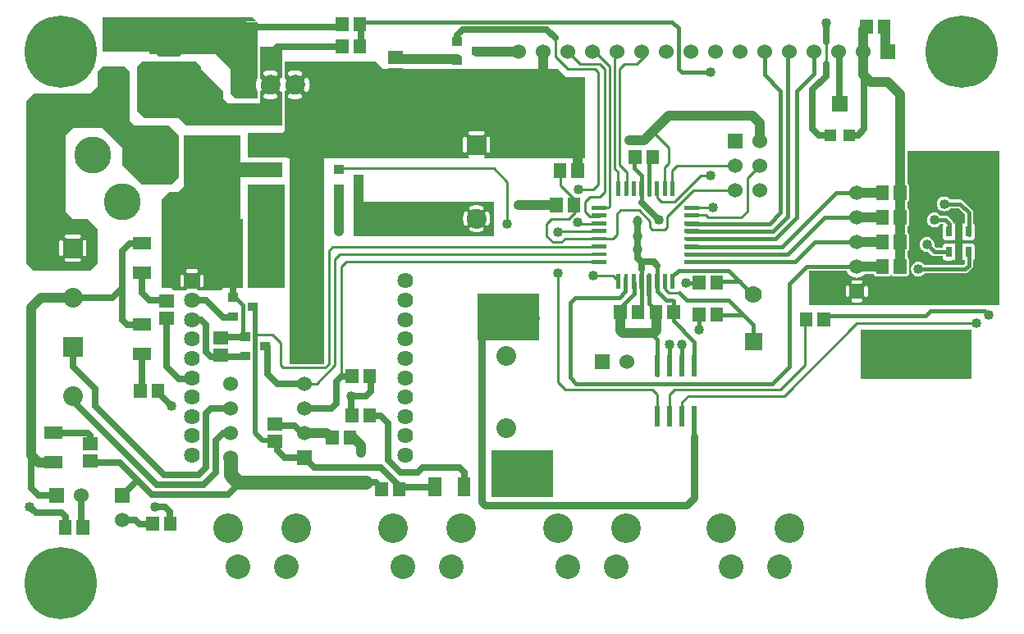
<source format=gbr>
G04 start of page 2 for group 0 idx 0 *
G04 Title: (unknown), component *
G04 Creator: pcb 20110918 *
G04 CreationDate: Tue 05 Feb 2013 03:14:34 AM GMT UTC *
G04 For: railfan *
G04 Format: Gerber/RS-274X *
G04 PCB-Dimensions: 400000 250000 *
G04 PCB-Coordinate-Origin: lower left *
%MOIN*%
%FSLAX25Y25*%
%LNTOP*%
%ADD50C,0.0280*%
%ADD49C,0.0320*%
%ADD48C,0.0450*%
%ADD47C,0.1100*%
%ADD46C,0.1250*%
%ADD45C,0.0480*%
%ADD44C,0.0380*%
%ADD43C,0.0540*%
%ADD42C,0.0440*%
%ADD41C,0.1285*%
%ADD40R,0.0240X0.0240*%
%ADD39R,0.0200X0.0200*%
%ADD38R,0.0920X0.0920*%
%ADD37R,0.0490X0.0490*%
%ADD36R,0.1220X0.1220*%
%ADD35R,0.0560X0.0560*%
%ADD34R,0.0360X0.0360*%
%ADD33R,0.0630X0.0630*%
%ADD32R,0.0470X0.0470*%
%ADD31R,0.0157X0.0157*%
%ADD30R,0.0340X0.0340*%
%ADD29R,0.0512X0.0512*%
%ADD28C,0.0640*%
%ADD27C,0.0787*%
%ADD26C,0.1500*%
%ADD25C,0.1750*%
%ADD24C,0.0700*%
%ADD23C,0.0800*%
%ADD22C,0.0600*%
%ADD21C,0.1200*%
%ADD20C,0.1000*%
%ADD19C,0.2937*%
%ADD18C,0.0300*%
%ADD17C,0.0550*%
%ADD16C,0.0200*%
%ADD15C,0.0150*%
%ADD14C,0.0100*%
%ADD13C,0.0400*%
%ADD12C,0.0250*%
%ADD11C,0.0001*%
G54D11*G36*
X102302Y228000D02*X107000D01*
Y222232D01*
X106976Y222236D01*
X106818Y222238D01*
X106661Y222215D01*
X106510Y222168D01*
X106369Y222098D01*
X106239Y222007D01*
X106126Y221896D01*
X106032Y221770D01*
X105958Y221630D01*
X105908Y221480D01*
X105881Y221324D01*
X105879Y221166D01*
X105902Y221010D01*
X105952Y220860D01*
X106078Y220508D01*
X106166Y220144D01*
X106219Y219774D01*
X106237Y219400D01*
X106219Y219026D01*
X106166Y218656D01*
X106078Y218292D01*
X105956Y217939D01*
X105906Y217789D01*
X105883Y217634D01*
X105885Y217476D01*
X105912Y217321D01*
X105962Y217172D01*
X106036Y217033D01*
X106130Y216907D01*
X106242Y216797D01*
X106371Y216706D01*
X106512Y216636D01*
X106662Y216589D01*
X106818Y216567D01*
X106975Y216568D01*
X107000Y216573D01*
Y210000D01*
X102302D01*
Y213456D01*
X102864Y213483D01*
X103423Y213563D01*
X103972Y213696D01*
X104506Y213881D01*
X104648Y213950D01*
X104777Y214042D01*
X104891Y214152D01*
X104985Y214279D01*
X105059Y214419D01*
X105109Y214568D01*
X105136Y214724D01*
X105138Y214882D01*
X105115Y215039D01*
X105068Y215190D01*
X104998Y215331D01*
X104907Y215461D01*
X104796Y215574D01*
X104670Y215668D01*
X104530Y215742D01*
X104380Y215792D01*
X104224Y215819D01*
X104066Y215821D01*
X103910Y215798D01*
X103760Y215748D01*
X103408Y215622D01*
X103044Y215534D01*
X102674Y215481D01*
X102302Y215463D01*
Y223337D01*
X102674Y223319D01*
X103044Y223266D01*
X103408Y223178D01*
X103761Y223056D01*
X103911Y223006D01*
X104066Y222983D01*
X104224Y222985D01*
X104379Y223012D01*
X104528Y223062D01*
X104667Y223136D01*
X104793Y223230D01*
X104903Y223342D01*
X104994Y223471D01*
X105064Y223612D01*
X105111Y223762D01*
X105133Y223918D01*
X105132Y224075D01*
X105105Y224231D01*
X105054Y224380D01*
X104981Y224519D01*
X104887Y224645D01*
X104775Y224755D01*
X104646Y224846D01*
X104504Y224913D01*
X103972Y225104D01*
X103423Y225237D01*
X102864Y225317D01*
X102302Y225344D01*
Y228000D01*
G37*
G36*
X98000D02*X102302D01*
Y225344D01*
X102300Y225344D01*
X101736Y225317D01*
X101177Y225237D01*
X100628Y225104D01*
X100094Y224919D01*
X99952Y224850D01*
X99823Y224758D01*
X99709Y224648D01*
X99615Y224521D01*
X99541Y224381D01*
X99491Y224232D01*
X99464Y224076D01*
X99462Y223918D01*
X99485Y223761D01*
X99532Y223610D01*
X99602Y223469D01*
X99693Y223339D01*
X99804Y223226D01*
X99930Y223132D01*
X100070Y223058D01*
X100220Y223008D01*
X100376Y222981D01*
X100534Y222979D01*
X100690Y223002D01*
X100840Y223052D01*
X101192Y223178D01*
X101556Y223266D01*
X101926Y223319D01*
X102300Y223337D01*
X102302Y223337D01*
Y215463D01*
X102300Y215463D01*
X101926Y215481D01*
X101556Y215534D01*
X101192Y215622D01*
X100839Y215744D01*
X100689Y215794D01*
X100534Y215817D01*
X100376Y215815D01*
X100221Y215788D01*
X100072Y215738D01*
X99933Y215664D01*
X99807Y215570D01*
X99697Y215458D01*
X99606Y215329D01*
X99536Y215188D01*
X99489Y215038D01*
X99467Y214882D01*
X99468Y214725D01*
X99495Y214569D01*
X99546Y214420D01*
X99619Y214281D01*
X99713Y214155D01*
X99825Y214045D01*
X99954Y213954D01*
X100096Y213887D01*
X100628Y213696D01*
X101177Y213563D01*
X101736Y213483D01*
X102300Y213456D01*
X102302Y213456D01*
Y210000D01*
X98000D01*
Y216604D01*
X98090Y216632D01*
X98231Y216702D01*
X98361Y216793D01*
X98474Y216904D01*
X98568Y217030D01*
X98642Y217170D01*
X98692Y217320D01*
X98719Y217476D01*
X98721Y217634D01*
X98698Y217790D01*
X98648Y217940D01*
X98522Y218292D01*
X98434Y218656D01*
X98381Y219026D01*
X98363Y219400D01*
X98381Y219774D01*
X98434Y220144D01*
X98522Y220508D01*
X98644Y220861D01*
X98694Y221011D01*
X98717Y221166D01*
X98715Y221324D01*
X98688Y221479D01*
X98638Y221628D01*
X98564Y221767D01*
X98470Y221893D01*
X98358Y222003D01*
X98229Y222094D01*
X98088Y222164D01*
X98000Y222191D01*
Y228000D01*
G37*
G36*
X117061Y229000D02*X124000D01*
Y199000D01*
X117061D01*
Y216583D01*
X117131Y216595D01*
X117280Y216646D01*
X117419Y216719D01*
X117545Y216813D01*
X117655Y216925D01*
X117746Y217054D01*
X117813Y217196D01*
X118004Y217728D01*
X118137Y218277D01*
X118217Y218836D01*
X118244Y219400D01*
X118217Y219964D01*
X118137Y220523D01*
X118004Y221072D01*
X117819Y221606D01*
X117750Y221748D01*
X117658Y221877D01*
X117548Y221991D01*
X117421Y222085D01*
X117281Y222159D01*
X117132Y222209D01*
X117061Y222221D01*
Y229000D01*
G37*
G36*
X112302D02*X117061D01*
Y222221D01*
X116976Y222236D01*
X116818Y222238D01*
X116661Y222215D01*
X116510Y222168D01*
X116369Y222098D01*
X116239Y222007D01*
X116126Y221896D01*
X116032Y221770D01*
X115958Y221630D01*
X115908Y221480D01*
X115881Y221324D01*
X115879Y221166D01*
X115902Y221010D01*
X115952Y220860D01*
X116078Y220508D01*
X116166Y220144D01*
X116219Y219774D01*
X116237Y219400D01*
X116219Y219026D01*
X116166Y218656D01*
X116078Y218292D01*
X115956Y217939D01*
X115906Y217789D01*
X115883Y217634D01*
X115885Y217476D01*
X115912Y217321D01*
X115962Y217172D01*
X116036Y217033D01*
X116130Y216907D01*
X116242Y216797D01*
X116371Y216706D01*
X116512Y216636D01*
X116662Y216589D01*
X116818Y216567D01*
X116975Y216568D01*
X117061Y216583D01*
Y199000D01*
X112302D01*
Y202054D01*
X114259Y202057D01*
X114412Y202094D01*
X114557Y202154D01*
X114692Y202236D01*
X114811Y202339D01*
X114914Y202458D01*
X114996Y202593D01*
X115056Y202738D01*
X115093Y202891D01*
X115102Y203048D01*
X115093Y209109D01*
X115056Y209262D01*
X114996Y209407D01*
X114914Y209542D01*
X114811Y209661D01*
X114692Y209764D01*
X114557Y209846D01*
X114412Y209906D01*
X114259Y209943D01*
X114102Y209952D01*
X112302Y209949D01*
Y213456D01*
X112864Y213483D01*
X113423Y213563D01*
X113972Y213696D01*
X114506Y213881D01*
X114648Y213950D01*
X114777Y214042D01*
X114891Y214152D01*
X114985Y214279D01*
X115059Y214419D01*
X115109Y214568D01*
X115136Y214724D01*
X115138Y214882D01*
X115115Y215039D01*
X115068Y215190D01*
X114998Y215331D01*
X114907Y215461D01*
X114796Y215574D01*
X114670Y215668D01*
X114530Y215742D01*
X114380Y215792D01*
X114224Y215819D01*
X114066Y215821D01*
X113910Y215798D01*
X113760Y215748D01*
X113408Y215622D01*
X113044Y215534D01*
X112674Y215481D01*
X112302Y215463D01*
Y223337D01*
X112674Y223319D01*
X113044Y223266D01*
X113408Y223178D01*
X113761Y223056D01*
X113911Y223006D01*
X114066Y222983D01*
X114224Y222985D01*
X114379Y223012D01*
X114528Y223062D01*
X114667Y223136D01*
X114793Y223230D01*
X114903Y223342D01*
X114994Y223471D01*
X115064Y223612D01*
X115111Y223762D01*
X115133Y223918D01*
X115132Y224075D01*
X115105Y224231D01*
X115054Y224380D01*
X114981Y224519D01*
X114887Y224645D01*
X114775Y224755D01*
X114646Y224846D01*
X114504Y224913D01*
X113972Y225104D01*
X113423Y225237D01*
X112864Y225317D01*
X112302Y225344D01*
Y229000D01*
G37*
G36*
Y199000D02*X108000D01*
Y202863D01*
X108030Y202738D01*
X108090Y202593D01*
X108172Y202458D01*
X108275Y202339D01*
X108394Y202236D01*
X108529Y202154D01*
X108674Y202094D01*
X108827Y202057D01*
X108984Y202048D01*
X112302Y202054D01*
Y199000D01*
G37*
G36*
X108000Y229000D02*X112302D01*
Y225344D01*
X112300Y225344D01*
X111736Y225317D01*
X111177Y225237D01*
X110628Y225104D01*
X110094Y224919D01*
X109952Y224850D01*
X109823Y224758D01*
X109709Y224648D01*
X109615Y224521D01*
X109541Y224381D01*
X109491Y224232D01*
X109464Y224076D01*
X109462Y223918D01*
X109485Y223761D01*
X109532Y223610D01*
X109602Y223469D01*
X109693Y223339D01*
X109804Y223226D01*
X109930Y223132D01*
X110070Y223058D01*
X110220Y223008D01*
X110376Y222981D01*
X110534Y222979D01*
X110690Y223002D01*
X110840Y223052D01*
X111192Y223178D01*
X111556Y223266D01*
X111926Y223319D01*
X112300Y223337D01*
X112302Y223337D01*
Y215463D01*
X112300Y215463D01*
X111926Y215481D01*
X111556Y215534D01*
X111192Y215622D01*
X110839Y215744D01*
X110689Y215794D01*
X110534Y215817D01*
X110376Y215815D01*
X110221Y215788D01*
X110072Y215738D01*
X109933Y215664D01*
X109807Y215570D01*
X109697Y215458D01*
X109606Y215329D01*
X109536Y215188D01*
X109489Y215038D01*
X109467Y214882D01*
X109468Y214725D01*
X109495Y214569D01*
X109546Y214420D01*
X109619Y214281D01*
X109713Y214155D01*
X109825Y214045D01*
X109954Y213954D01*
X110096Y213887D01*
X110628Y213696D01*
X111177Y213563D01*
X111736Y213483D01*
X112300Y213456D01*
X112302Y213456D01*
Y209949D01*
X108827Y209943D01*
X108674Y209906D01*
X108529Y209846D01*
X108394Y209764D01*
X108275Y209661D01*
X108172Y209542D01*
X108090Y209407D01*
X108030Y209262D01*
X108000Y209137D01*
Y216604D01*
X108090Y216632D01*
X108231Y216702D01*
X108361Y216793D01*
X108474Y216904D01*
X108568Y217030D01*
X108642Y217170D01*
X108692Y217320D01*
X108719Y217476D01*
X108721Y217634D01*
X108698Y217790D01*
X108648Y217940D01*
X108522Y218292D01*
X108434Y218656D01*
X108381Y219026D01*
X108363Y219400D01*
X108381Y219774D01*
X108434Y220144D01*
X108522Y220508D01*
X108644Y220861D01*
X108694Y221011D01*
X108717Y221166D01*
X108715Y221324D01*
X108688Y221479D01*
X108638Y221628D01*
X108564Y221767D01*
X108470Y221893D01*
X108358Y222003D01*
X108229Y222094D01*
X108088Y222164D01*
X108000Y222191D01*
Y229000D01*
G37*
G36*
Y211000D02*X118000D01*
Y201000D01*
X108000D01*
Y211000D01*
G37*
G36*
X101000Y208000D02*Y211000D01*
X105000D01*
Y210000D01*
X103000Y208000D01*
X101000D01*
G37*
G36*
X63000Y206000D02*Y210369D01*
X64385Y210372D01*
X64615Y210427D01*
X64833Y210517D01*
X65034Y210641D01*
X65214Y210794D01*
X65367Y210974D01*
X65491Y211175D01*
X65581Y211393D01*
X65636Y211623D01*
X65650Y211858D01*
X65650Y212000D01*
X66167D01*
X66138Y211930D01*
X66028Y211471D01*
X65991Y211000D01*
X66028Y210529D01*
X66138Y210070D01*
X66319Y209634D01*
X66565Y209231D01*
X66872Y208872D01*
X67231Y208565D01*
X67634Y208319D01*
X68070Y208138D01*
X68529Y208028D01*
X69000Y207991D01*
X69471Y208028D01*
X69930Y208138D01*
X70366Y208319D01*
X70769Y208565D01*
X71128Y208872D01*
X71435Y209231D01*
X71681Y209634D01*
X71862Y210070D01*
X71972Y210529D01*
X72000Y211000D01*
X71972Y211471D01*
X71862Y211930D01*
X71833Y212000D01*
X106000D01*
Y209950D01*
X101741Y209943D01*
X101588Y209906D01*
X101443Y209846D01*
X101308Y209764D01*
X101189Y209661D01*
X101086Y209542D01*
X101004Y209407D01*
X100944Y209262D01*
X100907Y209109D01*
X100898Y208952D01*
X100903Y206000D01*
X99833D01*
X99862Y206070D01*
X99972Y206529D01*
X100000Y207000D01*
X99972Y207471D01*
X99862Y207930D01*
X99681Y208366D01*
X99435Y208769D01*
X99128Y209128D01*
X98769Y209435D01*
X98366Y209681D01*
X97930Y209862D01*
X97471Y209972D01*
X97000Y210009D01*
X96529Y209972D01*
X96070Y209862D01*
X95634Y209681D01*
X95231Y209435D01*
X94872Y209128D01*
X94565Y208769D01*
X94319Y208366D01*
X94138Y207930D01*
X94028Y207471D01*
X93991Y207000D01*
X94028Y206529D01*
X94138Y206070D01*
X94167Y206000D01*
X63000D01*
G37*
G36*
X65000D02*Y208000D01*
X68882D01*
X69000Y207991D01*
X69118Y208000D01*
X94167D01*
X94138Y207930D01*
X94028Y207471D01*
X93991Y207000D01*
X94028Y206529D01*
X94138Y206070D01*
X94319Y205634D01*
X94565Y205231D01*
X94872Y204872D01*
X95231Y204565D01*
X95634Y204319D01*
X96070Y204138D01*
X96529Y204028D01*
X97000Y203991D01*
Y203000D01*
X68000D01*
X65000Y206000D01*
G37*
G36*
X90000Y212000D02*X107000D01*
Y203000D01*
X90000D01*
Y212000D01*
G37*
G36*
X80000Y188000D02*X107000D01*
Y182000D01*
X80000D01*
Y188000D01*
G37*
G36*
X67000Y199000D02*X90000D01*
Y157000D01*
X67000D01*
Y199000D01*
G37*
G36*
X85500D02*X86882D01*
X86529Y198972D01*
X86070Y198862D01*
X85634Y198681D01*
X85500Y198599D01*
Y199000D01*
G37*
G36*
Y145130D02*X85588Y145094D01*
X85741Y145057D01*
X85898Y145048D01*
X90000Y145055D01*
Y143950D01*
X85741Y143943D01*
X85588Y143906D01*
X85500Y143870D01*
Y145130D01*
G37*
G36*
Y170901D02*X85634Y170819D01*
X86070Y170638D01*
X86529Y170528D01*
X87000Y170491D01*
X87471Y170528D01*
X87930Y170638D01*
X88366Y170819D01*
X88769Y171065D01*
X89128Y171372D01*
X89435Y171731D01*
X89681Y172134D01*
X89862Y172570D01*
X89972Y173029D01*
X90000Y173500D01*
Y152950D01*
X85741Y152943D01*
X85588Y152906D01*
X85500Y152870D01*
Y154254D01*
X88107Y154259D01*
X88260Y154296D01*
X88405Y154356D01*
X88540Y154438D01*
X88659Y154541D01*
X88762Y154660D01*
X88844Y154795D01*
X88904Y154940D01*
X88941Y155093D01*
X88950Y155250D01*
X88941Y163907D01*
X88904Y164060D01*
X88844Y164205D01*
X88762Y164340D01*
X88659Y164459D01*
X88540Y164562D01*
X88405Y164644D01*
X88260Y164704D01*
X88107Y164741D01*
X87950Y164750D01*
X85500Y164746D01*
Y170901D01*
G37*
G36*
X74343Y172904D02*X82935Y172914D01*
X83165Y172969D01*
X83383Y173059D01*
X83584Y173183D01*
X83764Y173336D01*
X83917Y173516D01*
X84003Y173655D01*
X83991Y173500D01*
X84028Y173029D01*
X84138Y172570D01*
X84319Y172134D01*
X84565Y171731D01*
X84872Y171372D01*
X85231Y171065D01*
X85500Y170901D01*
Y164746D01*
X82893Y164741D01*
X82740Y164704D01*
X82595Y164644D01*
X82460Y164562D01*
X82341Y164459D01*
X82238Y164340D01*
X82156Y164205D01*
X82096Y164060D01*
X82059Y163907D01*
X82050Y163750D01*
X82059Y155093D01*
X82096Y154940D01*
X82156Y154795D01*
X82238Y154660D01*
X82341Y154541D01*
X82460Y154438D01*
X82595Y154356D01*
X82740Y154296D01*
X82893Y154259D01*
X83050Y154250D01*
X85500Y154254D01*
Y152870D01*
X85443Y152846D01*
X85308Y152764D01*
X85189Y152661D01*
X85086Y152542D01*
X85004Y152407D01*
X84944Y152262D01*
X84907Y152109D01*
X84898Y151952D01*
X84907Y145891D01*
X84944Y145738D01*
X85004Y145593D01*
X85086Y145458D01*
X85189Y145339D01*
X85308Y145236D01*
X85443Y145154D01*
X85500Y145130D01*
Y143870D01*
X85443Y143846D01*
X85308Y143764D01*
X85189Y143661D01*
X85086Y143542D01*
X85004Y143407D01*
X84944Y143262D01*
X84907Y143109D01*
X84898Y142952D01*
X84901Y140813D01*
X84854Y140697D01*
X84771Y140353D01*
X84750Y140000D01*
Y137000D01*
X74343D01*
Y137248D01*
X74461Y137257D01*
X74575Y137285D01*
X74685Y137330D01*
X74785Y137391D01*
X74875Y137468D01*
X74952Y137558D01*
X75013Y137658D01*
X75058Y137768D01*
X75086Y137882D01*
X75093Y138000D01*
Y141400D01*
X75086Y141518D01*
X75058Y141632D01*
X75013Y141742D01*
X74952Y141842D01*
X74875Y141932D01*
X74785Y142009D01*
X74685Y142070D01*
X74575Y142115D01*
X74461Y142143D01*
X74343Y142152D01*
Y172904D01*
G37*
G36*
X82700Y197100D02*X74343Y197091D01*
Y199000D01*
X85500D01*
Y198599D01*
X85231Y198435D01*
X84872Y198128D01*
X84565Y197769D01*
X84319Y197366D01*
X84138Y196930D01*
X84028Y196471D01*
X84016Y196323D01*
X83917Y196484D01*
X83764Y196664D01*
X83584Y196817D01*
X83383Y196941D01*
X83165Y197031D01*
X82935Y197086D01*
X82700Y197100D01*
G37*
G36*
X70393Y172906D02*X70500Y172900D01*
X74343Y172904D01*
Y142152D01*
X74225Y142143D01*
X74111Y142115D01*
X74001Y142070D01*
X73901Y142009D01*
X73811Y141932D01*
X73734Y141842D01*
X73673Y141742D01*
X73628Y141632D01*
X73600Y141518D01*
X73593Y141400D01*
Y138000D01*
X73600Y137882D01*
X73628Y137768D01*
X73673Y137658D01*
X73734Y137558D01*
X73811Y137468D01*
X73901Y137391D01*
X74001Y137330D01*
X74111Y137285D01*
X74225Y137257D01*
X74343Y137248D01*
Y137000D01*
X70393D01*
Y142900D01*
X72093D01*
X72211Y142907D01*
X72325Y142935D01*
X72435Y142980D01*
X72535Y143041D01*
X72625Y143118D01*
X72702Y143208D01*
X72763Y143308D01*
X72808Y143418D01*
X72836Y143532D01*
X72845Y143650D01*
X72836Y143768D01*
X72808Y143882D01*
X72763Y143992D01*
X72702Y144092D01*
X72625Y144182D01*
X72535Y144259D01*
X72435Y144320D01*
X72325Y144365D01*
X72211Y144393D01*
X72093Y144400D01*
X70393D01*
Y172906D01*
G37*
G36*
X74343Y197091D02*X70393Y197086D01*
Y199000D01*
X74343D01*
Y197091D01*
G37*
G36*
X70393Y197086D02*X70265Y197086D01*
X70035Y197031D01*
X69817Y196941D01*
X69616Y196817D01*
X69436Y196664D01*
X69283Y196484D01*
X69159Y196283D01*
X69069Y196065D01*
X69014Y195835D01*
X69000Y195600D01*
X69014Y174165D01*
X69069Y173935D01*
X69159Y173717D01*
X69283Y173516D01*
X69436Y173336D01*
X69616Y173183D01*
X69817Y173059D01*
X70035Y172969D01*
X70265Y172914D01*
X70393Y172906D01*
Y144400D01*
X68693D01*
X68575Y144393D01*
X68461Y144365D01*
X68351Y144320D01*
X68251Y144259D01*
X68161Y144182D01*
X68084Y144092D01*
X68023Y143992D01*
X67978Y143882D01*
X67950Y143768D01*
X67941Y143650D01*
X67950Y143532D01*
X67978Y143418D01*
X68023Y143308D01*
X68084Y143208D01*
X68161Y143118D01*
X68251Y143041D01*
X68351Y142980D01*
X68461Y142935D01*
X68575Y142907D01*
X68693Y142900D01*
X70393D01*
Y137000D01*
X67000D01*
Y137497D01*
X67052Y137558D01*
X67113Y137658D01*
X67158Y137768D01*
X67186Y137882D01*
X67193Y138000D01*
Y141400D01*
X67186Y141518D01*
X67158Y141632D01*
X67113Y141742D01*
X67052Y141842D01*
X67000Y141903D01*
Y199000D01*
X70393D01*
Y197086D01*
G37*
G36*
X91000Y137000D02*X82000D01*
Y165000D01*
X91000D01*
Y137000D01*
G37*
G36*
X93000D02*Y179000D01*
X108000D01*
Y137000D01*
X93000D01*
G37*
G36*
X110000Y207000D02*X124000D01*
Y106000D01*
X110000D01*
Y207000D01*
G37*
G36*
X64500Y139000D02*X65693D01*
Y138000D01*
X65700Y137882D01*
X65728Y137768D01*
X65773Y137658D01*
X65834Y137558D01*
X65911Y137468D01*
X66001Y137391D01*
X66101Y137330D01*
X66211Y137285D01*
X66325Y137257D01*
X66443Y137248D01*
X66561Y137257D01*
X66675Y137285D01*
X66785Y137330D01*
X66885Y137391D01*
X66975Y137468D01*
X67052Y137558D01*
X67113Y137658D01*
X67158Y137768D01*
X67186Y137882D01*
X67193Y138000D01*
Y139000D01*
X73593D01*
Y138000D01*
X73600Y137882D01*
X73628Y137768D01*
X73673Y137658D01*
X73734Y137558D01*
X73811Y137468D01*
X73901Y137391D01*
X74001Y137330D01*
X74111Y137285D01*
X74225Y137257D01*
X74343Y137248D01*
X74461Y137257D01*
X74575Y137285D01*
X74685Y137330D01*
X74785Y137391D01*
X74875Y137468D01*
X74952Y137558D01*
X75013Y137658D01*
X75058Y137768D01*
X75086Y137882D01*
X75093Y138000D01*
Y139000D01*
X76500D01*
Y136000D01*
X72801D01*
X72763Y136092D01*
X72702Y136192D01*
X72625Y136282D01*
X72535Y136359D01*
X72435Y136420D01*
X72325Y136465D01*
X72211Y136493D01*
X72093Y136500D01*
X70908D01*
X70393Y136540D01*
X69878Y136500D01*
X68693D01*
X68575Y136493D01*
X68461Y136465D01*
X68351Y136420D01*
X68251Y136359D01*
X68161Y136282D01*
X68084Y136192D01*
X68023Y136092D01*
X67985Y136000D01*
X64500D01*
Y139000D01*
G37*
G36*
X63000Y139500D02*X65693D01*
Y138000D01*
X65700Y137882D01*
X65728Y137768D01*
X65773Y137658D01*
X65834Y137558D01*
X65911Y137468D01*
X66001Y137391D01*
X66101Y137330D01*
X66211Y137285D01*
X66325Y137257D01*
X66443Y137248D01*
X66561Y137257D01*
X66675Y137285D01*
X66785Y137330D01*
X66885Y137391D01*
X66975Y137468D01*
X67052Y137558D01*
X67113Y137658D01*
X67158Y137768D01*
X67186Y137882D01*
X67193Y138000D01*
Y139500D01*
X73593D01*
Y138000D01*
X73600Y137882D01*
X73628Y137768D01*
X73673Y137658D01*
X73734Y137558D01*
X73811Y137468D01*
X73901Y137391D01*
X74001Y137330D01*
X74111Y137285D01*
X74225Y137257D01*
X74343Y137248D01*
X74461Y137257D01*
X74575Y137285D01*
X74685Y137330D01*
X74785Y137391D01*
X74875Y137468D01*
X74952Y137558D01*
X75013Y137658D01*
X75058Y137768D01*
X75086Y137882D01*
X75093Y138000D01*
Y139500D01*
X82000D01*
Y136000D01*
X72801D01*
X72763Y136092D01*
X72702Y136192D01*
X72625Y136282D01*
X72535Y136359D01*
X72435Y136420D01*
X72325Y136465D01*
X72211Y136493D01*
X72093Y136500D01*
X70908D01*
X70393Y136540D01*
X69878Y136500D01*
X68693D01*
X68575Y136493D01*
X68461Y136465D01*
X68351Y136420D01*
X68251Y136359D01*
X68161Y136282D01*
X68084Y136192D01*
X68023Y136092D01*
X67985Y136000D01*
X63000D01*
Y139500D01*
G37*
G36*
X80000Y136000D02*Y139000D01*
X83000D01*
Y137000D01*
X82000Y136000D01*
X80000D01*
G37*
G36*
X34000Y227000D02*X43000D01*
Y213000D01*
X34000D01*
Y227000D01*
G37*
G36*
Y233000D02*Y247000D01*
X65000D01*
X66000Y246000D01*
Y232000D01*
X65000Y231000D01*
X57000D01*
X55000Y233000D01*
X34000D01*
G37*
G36*
X51000Y206000D02*X48000Y209000D01*
Y227000D01*
X50000Y229000D01*
X72000D01*
X74000Y227000D01*
Y208000D01*
X72000Y206000D01*
X51000D01*
G37*
G36*
X26750Y165000D02*X28000D01*
X32000Y161000D01*
Y147000D01*
X29000Y144000D01*
X26750D01*
Y149748D01*
X26868Y149757D01*
X26982Y149785D01*
X27092Y149830D01*
X27192Y149891D01*
X27282Y149968D01*
X27359Y150058D01*
X27420Y150158D01*
X27465Y150268D01*
X27493Y150382D01*
X27500Y150500D01*
Y155500D01*
X27493Y155618D01*
X27465Y155732D01*
X27420Y155842D01*
X27359Y155942D01*
X27282Y156032D01*
X27192Y156109D01*
X27092Y156170D01*
X26982Y156215D01*
X26868Y156243D01*
X26750Y156252D01*
Y165000D01*
G37*
G36*
X22000D02*X26750D01*
Y156252D01*
X26632Y156243D01*
X26518Y156215D01*
X26408Y156170D01*
X26308Y156109D01*
X26218Y156032D01*
X26141Y155942D01*
X26080Y155842D01*
X26035Y155732D01*
X26007Y155618D01*
X26000Y155500D01*
Y150500D01*
X26007Y150382D01*
X26035Y150268D01*
X26080Y150158D01*
X26141Y150058D01*
X26218Y149968D01*
X26308Y149891D01*
X26408Y149830D01*
X26518Y149785D01*
X26632Y149757D01*
X26750Y149748D01*
Y144000D01*
X22000D01*
Y147500D01*
X24500D01*
X24618Y147507D01*
X24732Y147535D01*
X24842Y147580D01*
X24942Y147641D01*
X25032Y147718D01*
X25109Y147808D01*
X25170Y147908D01*
X25215Y148018D01*
X25243Y148132D01*
X25252Y148250D01*
X25243Y148368D01*
X25215Y148482D01*
X25170Y148592D01*
X25109Y148692D01*
X25032Y148782D01*
X24942Y148859D01*
X24842Y148920D01*
X24732Y148965D01*
X24618Y148993D01*
X24500Y149000D01*
X22000D01*
Y157000D01*
X24500D01*
X24618Y157007D01*
X24732Y157035D01*
X24842Y157080D01*
X24942Y157141D01*
X25032Y157218D01*
X25109Y157308D01*
X25170Y157408D01*
X25215Y157518D01*
X25243Y157632D01*
X25252Y157750D01*
X25243Y157868D01*
X25215Y157982D01*
X25170Y158092D01*
X25109Y158192D01*
X25032Y158282D01*
X24942Y158359D01*
X24842Y158420D01*
X24732Y158465D01*
X24618Y158493D01*
X24500Y158500D01*
X22000D01*
Y165000D01*
G37*
G36*
X39000Y227000D02*X43000D01*
X45000Y225000D01*
Y205000D01*
X47000Y203000D01*
X61000D01*
X65000Y199000D01*
Y182000D01*
X62000Y179000D01*
X50000D01*
X42000Y187000D01*
Y194000D01*
X39000Y197000D01*
Y220704D01*
X41557Y220709D01*
X41710Y220746D01*
X41855Y220806D01*
X41990Y220888D01*
X42109Y220991D01*
X42212Y221110D01*
X42294Y221245D01*
X42354Y221390D01*
X42391Y221543D01*
X42400Y221700D01*
X42391Y225457D01*
X42354Y225610D01*
X42294Y225755D01*
X42212Y225890D01*
X42109Y226009D01*
X41990Y226112D01*
X41855Y226194D01*
X41710Y226254D01*
X41557Y226291D01*
X41400Y226300D01*
X39000Y226296D01*
Y227000D01*
G37*
G36*
X35000D02*X39000D01*
Y226296D01*
X36443Y226291D01*
X36290Y226254D01*
X36145Y226194D01*
X36010Y226112D01*
X35891Y226009D01*
X35788Y225890D01*
X35706Y225755D01*
X35646Y225610D01*
X35609Y225457D01*
X35600Y225300D01*
X35609Y221543D01*
X35646Y221390D01*
X35706Y221245D01*
X35788Y221110D01*
X35891Y220991D01*
X36010Y220888D01*
X36145Y220806D01*
X36290Y220746D01*
X36443Y220709D01*
X36600Y220700D01*
X39000Y220704D01*
Y197000D01*
X34000Y202000D01*
X22000D01*
Y216000D01*
X29000D01*
X32000Y219000D01*
Y225000D01*
X34000Y227000D01*
X35000D01*
G37*
G36*
X22000Y202000D02*X22000D01*
X19000Y199000D01*
Y168000D01*
X22000Y165000D01*
X22000D01*
Y158500D01*
X19500D01*
X19382Y158493D01*
X19268Y158465D01*
X19158Y158420D01*
X19058Y158359D01*
X18968Y158282D01*
X18891Y158192D01*
X18830Y158092D01*
X18785Y157982D01*
X18757Y157868D01*
X18748Y157750D01*
X18757Y157632D01*
X18785Y157518D01*
X18830Y157408D01*
X18891Y157308D01*
X18968Y157218D01*
X19058Y157141D01*
X19158Y157080D01*
X19268Y157035D01*
X19382Y157007D01*
X19500Y157000D01*
X22000D01*
Y149000D01*
X19500D01*
X19382Y148993D01*
X19268Y148965D01*
X19158Y148920D01*
X19058Y148859D01*
X18968Y148782D01*
X18891Y148692D01*
X18830Y148592D01*
X18785Y148482D01*
X18757Y148368D01*
X18748Y148250D01*
X18757Y148132D01*
X18785Y148018D01*
X18830Y147908D01*
X18891Y147808D01*
X18968Y147718D01*
X19058Y147641D01*
X19158Y147580D01*
X19268Y147535D01*
X19382Y147507D01*
X19500Y147500D01*
X22000D01*
Y144000D01*
X17250D01*
Y149748D01*
X17368Y149757D01*
X17482Y149785D01*
X17592Y149830D01*
X17692Y149891D01*
X17782Y149968D01*
X17859Y150058D01*
X17920Y150158D01*
X17965Y150268D01*
X17993Y150382D01*
X18000Y150500D01*
Y155500D01*
X17993Y155618D01*
X17965Y155732D01*
X17920Y155842D01*
X17859Y155942D01*
X17782Y156032D01*
X17692Y156109D01*
X17592Y156170D01*
X17482Y156215D01*
X17368Y156243D01*
X17250Y156252D01*
Y216000D01*
X22000D01*
Y202000D01*
G37*
G36*
X17250Y144000D02*X6000D01*
X3000Y147000D01*
Y213000D01*
X6000Y216000D01*
X17250D01*
Y156252D01*
X17132Y156243D01*
X17018Y156215D01*
X16908Y156170D01*
X16808Y156109D01*
X16718Y156032D01*
X16641Y155942D01*
X16580Y155842D01*
X16535Y155732D01*
X16507Y155618D01*
X16500Y155500D01*
Y150500D01*
X16507Y150382D01*
X16535Y150268D01*
X16580Y150158D01*
X16641Y150058D01*
X16718Y149968D01*
X16808Y149891D01*
X16908Y149830D01*
X17018Y149785D01*
X17132Y149757D01*
X17250Y149748D01*
Y144000D01*
G37*
G36*
X53000Y247000D02*X95000D01*
Y245250D01*
X93000D01*
X92647Y245229D01*
X92303Y245146D01*
X91975Y245011D01*
X91673Y244826D01*
X91404Y244596D01*
X91174Y244327D01*
X90989Y244025D01*
X90854Y243697D01*
X90771Y243353D01*
X90743Y243000D01*
X90771Y242647D01*
X90854Y242303D01*
X90989Y241975D01*
X91174Y241673D01*
X91404Y241404D01*
X91673Y241174D01*
X91975Y240989D01*
X92303Y240854D01*
X92647Y240771D01*
X93000Y240750D01*
X95000D01*
Y232000D01*
X65650D01*
X65636Y244377D01*
X65581Y244607D01*
X65491Y244825D01*
X65367Y245026D01*
X65214Y245206D01*
X65034Y245359D01*
X64833Y245483D01*
X64615Y245573D01*
X64385Y245628D01*
X64150Y245642D01*
X57615Y245628D01*
X57385Y245573D01*
X57167Y245483D01*
X56966Y245359D01*
X56786Y245206D01*
X56633Y245026D01*
X56509Y244825D01*
X56419Y244607D01*
X56364Y244377D01*
X56350Y244142D01*
X56363Y232000D01*
X53000D01*
Y247000D01*
G37*
G36*
X80000Y232000D02*Y247000D01*
X95000D01*
X96750Y245250D01*
X93000D01*
X92647Y245229D01*
X92303Y245146D01*
X91975Y245011D01*
X91673Y244826D01*
X91404Y244596D01*
X91174Y244327D01*
X90989Y244025D01*
X90854Y243697D01*
X90771Y243353D01*
X90743Y243000D01*
X90771Y242647D01*
X90854Y242303D01*
X90989Y241975D01*
X91174Y241673D01*
X91404Y241404D01*
X91673Y241174D01*
X91975Y240989D01*
X92303Y240854D01*
X92647Y240771D01*
X93000Y240750D01*
X97000D01*
Y221931D01*
X96945Y221875D01*
X96854Y221746D01*
X96787Y221604D01*
X96596Y221072D01*
X96463Y220523D01*
X96383Y219964D01*
X96356Y219400D01*
X96383Y218836D01*
X96463Y218277D01*
X96596Y217728D01*
X96781Y217194D01*
X96850Y217052D01*
X96942Y216923D01*
X97000Y216863D01*
Y214000D01*
X88000D01*
X86000Y216000D01*
Y226000D01*
X80000Y232000D01*
G37*
G36*
X74000Y226000D02*X83000Y217000D01*
Y214000D01*
X87000Y210000D01*
Y207000D01*
X72000D01*
Y227000D01*
X74000D01*
Y226000D01*
G37*
G36*
X89000Y245000D02*X97000D01*
Y236000D01*
X89000D01*
Y245000D01*
G37*
G36*
X98000Y235000D02*X106000D01*
Y226000D01*
X98000D01*
Y235000D01*
G37*
G36*
X99000D02*X107000D01*
Y226000D01*
X99000D01*
Y235000D01*
G37*
G36*
X79000Y137000D02*X74343D01*
Y137248D01*
X74461Y137257D01*
X74575Y137285D01*
X74685Y137330D01*
X74785Y137391D01*
X74875Y137468D01*
X74952Y137558D01*
X75013Y137658D01*
X75058Y137768D01*
X75086Y137882D01*
X75093Y138000D01*
Y141400D01*
X75086Y141518D01*
X75058Y141632D01*
X75013Y141742D01*
X74952Y141842D01*
X74875Y141932D01*
X74785Y142009D01*
X74685Y142070D01*
X74575Y142115D01*
X74461Y142143D01*
X74343Y142152D01*
Y172904D01*
X79000Y172910D01*
Y137000D01*
G37*
G36*
X74343D02*X70393D01*
Y142900D01*
X72093D01*
X72211Y142907D01*
X72325Y142935D01*
X72435Y142980D01*
X72535Y143041D01*
X72625Y143118D01*
X72702Y143208D01*
X72763Y143308D01*
X72808Y143418D01*
X72836Y143532D01*
X72845Y143650D01*
X72836Y143768D01*
X72808Y143882D01*
X72763Y143992D01*
X72702Y144092D01*
X72625Y144182D01*
X72535Y144259D01*
X72435Y144320D01*
X72325Y144365D01*
X72211Y144393D01*
X72093Y144400D01*
X70393D01*
Y172906D01*
X70500Y172900D01*
X74343Y172904D01*
Y142152D01*
X74225Y142143D01*
X74111Y142115D01*
X74001Y142070D01*
X73901Y142009D01*
X73811Y141932D01*
X73734Y141842D01*
X73673Y141742D01*
X73628Y141632D01*
X73600Y141518D01*
X73593Y141400D01*
Y138000D01*
X73600Y137882D01*
X73628Y137768D01*
X73673Y137658D01*
X73734Y137558D01*
X73811Y137468D01*
X73901Y137391D01*
X74001Y137330D01*
X74111Y137285D01*
X74225Y137257D01*
X74343Y137248D01*
Y137000D01*
G37*
G36*
X70393D02*X66443D01*
Y137248D01*
X66561Y137257D01*
X66675Y137285D01*
X66785Y137330D01*
X66885Y137391D01*
X66975Y137468D01*
X67052Y137558D01*
X67113Y137658D01*
X67158Y137768D01*
X67186Y137882D01*
X67193Y138000D01*
Y141400D01*
X67186Y141518D01*
X67158Y141632D01*
X67113Y141742D01*
X67052Y141842D01*
X66975Y141932D01*
X66885Y142009D01*
X66785Y142070D01*
X66675Y142115D01*
X66561Y142143D01*
X66443Y142152D01*
Y177443D01*
X67000Y178000D01*
X69011D01*
X69014Y174165D01*
X69069Y173935D01*
X69159Y173717D01*
X69283Y173516D01*
X69436Y173336D01*
X69616Y173183D01*
X69817Y173059D01*
X70035Y172969D01*
X70265Y172914D01*
X70393Y172906D01*
Y144400D01*
X68693D01*
X68575Y144393D01*
X68461Y144365D01*
X68351Y144320D01*
X68251Y144259D01*
X68161Y144182D01*
X68084Y144092D01*
X68023Y143992D01*
X67978Y143882D01*
X67950Y143768D01*
X67941Y143650D01*
X67950Y143532D01*
X67978Y143418D01*
X68023Y143308D01*
X68084Y143208D01*
X68161Y143118D01*
X68251Y143041D01*
X68351Y142980D01*
X68461Y142935D01*
X68575Y142907D01*
X68693Y142900D01*
X70393D01*
Y137000D01*
G37*
G36*
X66443D02*X58000D01*
Y173000D01*
X61000Y176000D01*
X65000D01*
X66443Y177443D01*
Y142152D01*
X66325Y142143D01*
X66211Y142115D01*
X66101Y142070D01*
X66001Y142009D01*
X65911Y141932D01*
X65834Y141842D01*
X65773Y141742D01*
X65728Y141632D01*
X65700Y141518D01*
X65693Y141400D01*
Y138000D01*
X65700Y137882D01*
X65728Y137768D01*
X65773Y137658D01*
X65834Y137558D01*
X65911Y137468D01*
X66001Y137391D01*
X66101Y137330D01*
X66211Y137285D01*
X66325Y137257D01*
X66443Y137248D01*
Y137000D01*
G37*
G36*
X190493Y172000D02*X193000D01*
Y158000D01*
X190493D01*
Y162145D01*
X190578Y162181D01*
X190679Y162243D01*
X190769Y162319D01*
X190845Y162409D01*
X190905Y162511D01*
X191122Y162980D01*
X191289Y163469D01*
X191409Y163972D01*
X191482Y164484D01*
X191506Y165000D01*
X191482Y165516D01*
X191409Y166028D01*
X191289Y166531D01*
X191122Y167020D01*
X190910Y167492D01*
X190849Y167593D01*
X190772Y167684D01*
X190682Y167761D01*
X190580Y167823D01*
X190493Y167860D01*
Y172000D01*
G37*
G36*
X186002D02*X190493D01*
Y167860D01*
X190471Y167869D01*
X190355Y167897D01*
X190237Y167906D01*
X190119Y167897D01*
X190003Y167870D01*
X189893Y167824D01*
X189792Y167762D01*
X189702Y167686D01*
X189624Y167595D01*
X189562Y167494D01*
X189516Y167385D01*
X189489Y167269D01*
X189479Y167151D01*
X189488Y167032D01*
X189516Y166917D01*
X189563Y166808D01*
X189721Y166468D01*
X189842Y166112D01*
X189930Y165747D01*
X189982Y165375D01*
X190000Y165000D01*
X189982Y164625D01*
X189930Y164253D01*
X189842Y163888D01*
X189721Y163532D01*
X189567Y163190D01*
X189520Y163082D01*
X189493Y162967D01*
X189483Y162849D01*
X189493Y162732D01*
X189521Y162617D01*
X189566Y162508D01*
X189628Y162407D01*
X189705Y162318D01*
X189795Y162241D01*
X189895Y162180D01*
X190004Y162135D01*
X190119Y162107D01*
X190237Y162098D01*
X190355Y162108D01*
X190469Y162135D01*
X190493Y162145D01*
Y158000D01*
X186002D01*
Y159494D01*
X186516Y159518D01*
X187028Y159591D01*
X187531Y159711D01*
X188020Y159878D01*
X188492Y160090D01*
X188593Y160151D01*
X188684Y160228D01*
X188761Y160318D01*
X188823Y160420D01*
X188869Y160529D01*
X188897Y160645D01*
X188906Y160763D01*
X188897Y160881D01*
X188870Y160997D01*
X188824Y161107D01*
X188762Y161208D01*
X188686Y161298D01*
X188595Y161376D01*
X188494Y161438D01*
X188385Y161484D01*
X188269Y161511D01*
X188151Y161521D01*
X188032Y161512D01*
X187917Y161484D01*
X187808Y161437D01*
X187468Y161279D01*
X187112Y161158D01*
X186747Y161070D01*
X186375Y161018D01*
X186002Y161000D01*
Y169000D01*
X186375Y168982D01*
X186747Y168930D01*
X187112Y168842D01*
X187468Y168721D01*
X187810Y168567D01*
X187918Y168520D01*
X188033Y168493D01*
X188151Y168483D01*
X188268Y168493D01*
X188383Y168521D01*
X188492Y168566D01*
X188593Y168628D01*
X188682Y168705D01*
X188759Y168795D01*
X188820Y168895D01*
X188865Y169004D01*
X188893Y169119D01*
X188902Y169237D01*
X188892Y169355D01*
X188865Y169469D01*
X188819Y169578D01*
X188757Y169679D01*
X188681Y169769D01*
X188591Y169845D01*
X188489Y169905D01*
X188020Y170122D01*
X187531Y170289D01*
X187028Y170409D01*
X186516Y170482D01*
X186002Y170506D01*
Y172000D01*
G37*
G36*
X181507D02*X186002D01*
Y170506D01*
X186000Y170506D01*
X185484Y170482D01*
X184972Y170409D01*
X184469Y170289D01*
X183980Y170122D01*
X183508Y169910D01*
X183407Y169849D01*
X183316Y169772D01*
X183239Y169682D01*
X183177Y169580D01*
X183131Y169471D01*
X183103Y169355D01*
X183094Y169237D01*
X183103Y169119D01*
X183130Y169003D01*
X183176Y168893D01*
X183238Y168792D01*
X183314Y168702D01*
X183405Y168624D01*
X183506Y168562D01*
X183615Y168516D01*
X183731Y168489D01*
X183849Y168479D01*
X183968Y168488D01*
X184083Y168516D01*
X184192Y168563D01*
X184532Y168721D01*
X184888Y168842D01*
X185253Y168930D01*
X185625Y168982D01*
X186000Y169000D01*
X186002Y169000D01*
Y161000D01*
X186000Y161000D01*
X185625Y161018D01*
X185253Y161070D01*
X184888Y161158D01*
X184532Y161279D01*
X184190Y161433D01*
X184082Y161480D01*
X183967Y161507D01*
X183849Y161517D01*
X183732Y161507D01*
X183617Y161479D01*
X183508Y161434D01*
X183407Y161372D01*
X183318Y161295D01*
X183241Y161205D01*
X183180Y161105D01*
X183135Y160996D01*
X183107Y160881D01*
X183098Y160763D01*
X183108Y160645D01*
X183135Y160531D01*
X183181Y160422D01*
X183243Y160321D01*
X183319Y160231D01*
X183409Y160155D01*
X183511Y160095D01*
X183980Y159878D01*
X184469Y159711D01*
X184972Y159591D01*
X185484Y159518D01*
X186000Y159494D01*
X186002Y159494D01*
Y158000D01*
X181507D01*
Y162140D01*
X181529Y162131D01*
X181645Y162103D01*
X181763Y162094D01*
X181881Y162103D01*
X181997Y162130D01*
X182107Y162176D01*
X182208Y162238D01*
X182298Y162314D01*
X182376Y162405D01*
X182438Y162506D01*
X182484Y162615D01*
X182511Y162731D01*
X182521Y162849D01*
X182512Y162968D01*
X182484Y163083D01*
X182437Y163192D01*
X182279Y163532D01*
X182158Y163888D01*
X182070Y164253D01*
X182018Y164625D01*
X182000Y165000D01*
X182018Y165375D01*
X182070Y165747D01*
X182158Y166112D01*
X182279Y166468D01*
X182433Y166810D01*
X182480Y166918D01*
X182507Y167033D01*
X182517Y167151D01*
X182507Y167268D01*
X182479Y167383D01*
X182434Y167492D01*
X182372Y167593D01*
X182295Y167682D01*
X182205Y167759D01*
X182105Y167820D01*
X181996Y167865D01*
X181881Y167893D01*
X181763Y167902D01*
X181645Y167892D01*
X181531Y167865D01*
X181507Y167855D01*
Y172000D01*
G37*
G36*
X141000D02*X181507D01*
Y167855D01*
X181422Y167819D01*
X181321Y167757D01*
X181231Y167681D01*
X181155Y167591D01*
X181095Y167489D01*
X180878Y167020D01*
X180711Y166531D01*
X180591Y166028D01*
X180518Y165516D01*
X180494Y165000D01*
X180518Y164484D01*
X180591Y163972D01*
X180711Y163469D01*
X180878Y162980D01*
X181090Y162508D01*
X181151Y162407D01*
X181228Y162316D01*
X181318Y162239D01*
X181420Y162177D01*
X181507Y162140D01*
Y158000D01*
X140237D01*
X140435Y158231D01*
X140681Y158634D01*
X140862Y159070D01*
X140972Y159529D01*
X141000Y160000D01*
Y172000D01*
G37*
G36*
X136000D02*X145500D01*
Y158000D01*
X136000D01*
Y172000D01*
G37*
G36*
X378745Y148010D02*X379435Y148014D01*
X379665Y148069D01*
X379883Y148159D01*
X379950Y148200D01*
X380017Y148159D01*
X380235Y148069D01*
X380465Y148014D01*
X380700Y148000D01*
X383335Y148014D01*
X383565Y148069D01*
X383783Y148159D01*
X383850Y148200D01*
X383917Y148159D01*
X384135Y148069D01*
X384250Y148041D01*
Y146725D01*
X383775Y146250D01*
X378745D01*
Y148010D01*
G37*
G36*
X384250Y163159D02*X384135Y163131D01*
X383917Y163041D01*
X383850Y163000D01*
X383783Y163041D01*
X383565Y163131D01*
X383335Y163186D01*
X383100Y163200D01*
X380465Y163186D01*
X380235Y163131D01*
X380017Y163041D01*
X379950Y163000D01*
X379883Y163041D01*
X379748Y163097D01*
X379734Y163274D01*
X379734Y163275D01*
X379669Y163542D01*
X379564Y163797D01*
X379420Y164032D01*
X379241Y164241D01*
X379189Y164286D01*
X378745Y164729D01*
Y169250D01*
X381775D01*
X384250Y166775D01*
Y163159D01*
G37*
G36*
X378745Y192500D02*X398500D01*
Y130000D01*
X378745D01*
Y142750D01*
X384431D01*
X384500Y142745D01*
X384774Y142766D01*
X384775Y142766D01*
X385042Y142831D01*
X385297Y142936D01*
X385532Y143080D01*
X385741Y143259D01*
X385786Y143311D01*
X387189Y144714D01*
X387241Y144759D01*
X387420Y144968D01*
X387564Y145203D01*
X387669Y145458D01*
X387734Y145725D01*
X387755Y146000D01*
X387750Y146069D01*
Y148200D01*
X387884Y148283D01*
X388064Y148436D01*
X388217Y148616D01*
X388341Y148817D01*
X388431Y149035D01*
X388486Y149265D01*
X388500Y149500D01*
X388486Y153735D01*
X388431Y153965D01*
X388341Y154183D01*
X388217Y154384D01*
X388064Y154564D01*
X387884Y154717D01*
X387683Y154841D01*
X387465Y154931D01*
X387235Y154986D01*
X387000Y155000D01*
X384365Y154986D01*
X384135Y154931D01*
X383917Y154841D01*
X383850Y154800D01*
X383783Y154841D01*
X383565Y154931D01*
X383335Y154986D01*
X383100Y155000D01*
X380465Y154986D01*
X380235Y154931D01*
X380017Y154841D01*
X379950Y154800D01*
X379883Y154841D01*
X379665Y154931D01*
X379435Y154986D01*
X379200Y155000D01*
X378745Y154998D01*
Y156210D01*
X379435Y156214D01*
X379665Y156269D01*
X379883Y156359D01*
X379950Y156400D01*
X380017Y156359D01*
X380235Y156269D01*
X380465Y156214D01*
X380700Y156200D01*
X383335Y156214D01*
X383565Y156269D01*
X383783Y156359D01*
X383850Y156400D01*
X383917Y156359D01*
X384135Y156269D01*
X384365Y156214D01*
X384600Y156200D01*
X387235Y156214D01*
X387465Y156269D01*
X387683Y156359D01*
X387884Y156483D01*
X388064Y156636D01*
X388217Y156816D01*
X388341Y157017D01*
X388431Y157235D01*
X388486Y157465D01*
X388500Y157700D01*
X388486Y161935D01*
X388431Y162165D01*
X388341Y162383D01*
X388217Y162584D01*
X388064Y162764D01*
X387884Y162917D01*
X387750Y163000D01*
Y167431D01*
X387755Y167500D01*
X387734Y167774D01*
X387734Y167775D01*
X387669Y168042D01*
X387564Y168297D01*
X387420Y168532D01*
X387241Y168741D01*
X387189Y168786D01*
X383786Y172189D01*
X383741Y172241D01*
X383532Y172420D01*
X383297Y172564D01*
X383042Y172669D01*
X382775Y172734D01*
X382774Y172734D01*
X382500Y172755D01*
X382431Y172750D01*
X378745D01*
Y192500D01*
G37*
G36*
X361000Y171630D02*X361057Y171654D01*
X361192Y171736D01*
X361311Y171839D01*
X361414Y171958D01*
X361496Y172093D01*
X361556Y172238D01*
X361593Y172391D01*
X361602Y172548D01*
X361593Y178609D01*
X361556Y178762D01*
X361496Y178907D01*
X361414Y179042D01*
X361311Y179161D01*
X361192Y179264D01*
X361057Y179346D01*
X361000Y179370D01*
Y192500D01*
X378745D01*
Y172750D01*
X378446D01*
X378435Y172769D01*
X378128Y173128D01*
X377769Y173435D01*
X377366Y173681D01*
X376930Y173862D01*
X376471Y173972D01*
X376000Y174009D01*
X375529Y173972D01*
X375070Y173862D01*
X374634Y173681D01*
X374231Y173435D01*
X373872Y173128D01*
X373565Y172769D01*
X373319Y172366D01*
X373138Y171930D01*
X373028Y171471D01*
X372991Y171000D01*
X373028Y170529D01*
X373138Y170070D01*
X373319Y169634D01*
X373565Y169231D01*
X373872Y168872D01*
X374231Y168565D01*
X374634Y168319D01*
X375070Y168138D01*
X375529Y168028D01*
X376000Y167991D01*
X376471Y168028D01*
X376930Y168138D01*
X377366Y168319D01*
X377769Y168565D01*
X378128Y168872D01*
X378435Y169231D01*
X378446Y169250D01*
X378745D01*
Y164729D01*
X377786Y165689D01*
X377741Y165741D01*
X377532Y165920D01*
X377297Y166064D01*
X377042Y166169D01*
X376775Y166234D01*
X376774Y166234D01*
X376500Y166255D01*
X376431Y166250D01*
X374446D01*
X374435Y166269D01*
X374128Y166628D01*
X373769Y166935D01*
X373366Y167181D01*
X372930Y167362D01*
X372471Y167472D01*
X372000Y167509D01*
X371529Y167472D01*
X371070Y167362D01*
X370634Y167181D01*
X370231Y166935D01*
X369872Y166628D01*
X369565Y166269D01*
X369319Y165866D01*
X369138Y165430D01*
X369028Y164971D01*
X368991Y164500D01*
X369028Y164029D01*
X369138Y163570D01*
X369319Y163134D01*
X369565Y162731D01*
X369872Y162372D01*
X370231Y162065D01*
X370634Y161819D01*
X371070Y161638D01*
X371529Y161528D01*
X372000Y161491D01*
X372471Y161528D01*
X372930Y161638D01*
X373366Y161819D01*
X373769Y162065D01*
X374128Y162372D01*
X374435Y162731D01*
X374446Y162750D01*
X375724D01*
X375583Y162584D01*
X375459Y162383D01*
X375369Y162165D01*
X375314Y161935D01*
X375300Y161700D01*
X375314Y157465D01*
X375369Y157235D01*
X375459Y157017D01*
X375583Y156816D01*
X375736Y156636D01*
X375916Y156483D01*
X376117Y156359D01*
X376335Y156269D01*
X376565Y156214D01*
X376800Y156200D01*
X378745Y156210D01*
Y154998D01*
X376565Y154986D01*
X376335Y154931D01*
X376117Y154841D01*
X375916Y154717D01*
X375736Y154564D01*
X375583Y154384D01*
X375459Y154183D01*
X375369Y153965D01*
X375314Y153735D01*
X375300Y153500D01*
X375301Y153250D01*
X372725D01*
X371967Y154008D01*
X371972Y154029D01*
X372000Y154500D01*
X371972Y154971D01*
X371862Y155430D01*
X371681Y155866D01*
X371435Y156269D01*
X371128Y156628D01*
X370769Y156935D01*
X370366Y157181D01*
X369930Y157362D01*
X369471Y157472D01*
X369000Y157509D01*
X368529Y157472D01*
X368070Y157362D01*
X367634Y157181D01*
X367231Y156935D01*
X366872Y156628D01*
X366565Y156269D01*
X366319Y155866D01*
X366138Y155430D01*
X366028Y154971D01*
X365991Y154500D01*
X366028Y154029D01*
X366138Y153570D01*
X366319Y153134D01*
X366565Y152731D01*
X366872Y152372D01*
X367231Y152065D01*
X367634Y151819D01*
X368070Y151638D01*
X368529Y151528D01*
X369000Y151491D01*
X369471Y151528D01*
X369492Y151533D01*
X370714Y150311D01*
X370759Y150259D01*
X370968Y150080D01*
X371203Y149936D01*
X371458Y149831D01*
X371725Y149766D01*
X371726Y149766D01*
X372000Y149745D01*
X372069Y149750D01*
X375312D01*
X375314Y149265D01*
X375369Y149035D01*
X375459Y148817D01*
X375583Y148616D01*
X375736Y148436D01*
X375916Y148283D01*
X376117Y148159D01*
X376335Y148069D01*
X376565Y148014D01*
X376800Y148000D01*
X378745Y148010D01*
Y146250D01*
X367946D01*
X367935Y146269D01*
X367628Y146628D01*
X367269Y146935D01*
X366866Y147181D01*
X366430Y147362D01*
X365971Y147472D01*
X365500Y147509D01*
X365029Y147472D01*
X364570Y147362D01*
X364134Y147181D01*
X363731Y146935D01*
X363372Y146628D01*
X363065Y146269D01*
X362819Y145866D01*
X362638Y145430D01*
X362528Y144971D01*
X362491Y144500D01*
X362528Y144029D01*
X362638Y143570D01*
X362819Y143134D01*
X363065Y142731D01*
X363372Y142372D01*
X363731Y142065D01*
X364134Y141819D01*
X364570Y141638D01*
X365029Y141528D01*
X365500Y141491D01*
X365971Y141528D01*
X366430Y141638D01*
X366866Y141819D01*
X367269Y142065D01*
X367628Y142372D01*
X367935Y142731D01*
X367946Y142750D01*
X378745D01*
Y130000D01*
X344250D01*
Y133248D01*
X344368Y133257D01*
X344482Y133285D01*
X344592Y133330D01*
X344692Y133391D01*
X344782Y133468D01*
X344859Y133558D01*
X344920Y133658D01*
X344965Y133768D01*
X344993Y133882D01*
X345000Y134000D01*
Y137000D01*
X344993Y137118D01*
X344965Y137232D01*
X344920Y137342D01*
X344859Y137442D01*
X344782Y137532D01*
X344692Y137609D01*
X344592Y137670D01*
X344482Y137715D01*
X344368Y137743D01*
X344250Y137752D01*
Y142500D01*
X347407D01*
X347407Y142391D01*
X347444Y142238D01*
X347504Y142093D01*
X347586Y141958D01*
X347689Y141839D01*
X347808Y141736D01*
X347943Y141654D01*
X348088Y141594D01*
X348241Y141557D01*
X348398Y141548D01*
X353673Y141557D01*
X353826Y141594D01*
X353971Y141654D01*
X354106Y141736D01*
X354225Y141839D01*
X354328Y141958D01*
X354410Y142093D01*
X354470Y142238D01*
X354500Y142363D01*
X354530Y142238D01*
X354590Y142093D01*
X354672Y141958D01*
X354775Y141839D01*
X354894Y141736D01*
X355029Y141654D01*
X355174Y141594D01*
X355327Y141557D01*
X355484Y141548D01*
X360759Y141557D01*
X360912Y141594D01*
X361057Y141654D01*
X361192Y141736D01*
X361311Y141839D01*
X361414Y141958D01*
X361496Y142093D01*
X361556Y142238D01*
X361593Y142391D01*
X361602Y142548D01*
X361593Y148609D01*
X361556Y148762D01*
X361496Y148907D01*
X361414Y149042D01*
X361311Y149161D01*
X361192Y149264D01*
X361057Y149346D01*
X361000Y149370D01*
Y151630D01*
X361057Y151654D01*
X361192Y151736D01*
X361311Y151839D01*
X361414Y151958D01*
X361496Y152093D01*
X361556Y152238D01*
X361593Y152391D01*
X361602Y152548D01*
X361593Y158609D01*
X361556Y158762D01*
X361496Y158907D01*
X361414Y159042D01*
X361311Y159161D01*
X361192Y159264D01*
X361057Y159346D01*
X361000Y159370D01*
Y161630D01*
X361057Y161654D01*
X361192Y161736D01*
X361311Y161839D01*
X361414Y161958D01*
X361496Y162093D01*
X361556Y162238D01*
X361593Y162391D01*
X361602Y162548D01*
X361593Y168609D01*
X361556Y168762D01*
X361496Y168907D01*
X361414Y169042D01*
X361311Y169161D01*
X361192Y169264D01*
X361057Y169346D01*
X361000Y169370D01*
Y171630D01*
G37*
G36*
X344250Y130000D02*X340500D01*
Y131000D01*
X342000D01*
X342118Y131007D01*
X342232Y131035D01*
X342342Y131080D01*
X342442Y131141D01*
X342532Y131218D01*
X342609Y131308D01*
X342670Y131408D01*
X342715Y131518D01*
X342743Y131632D01*
X342752Y131750D01*
X342743Y131868D01*
X342715Y131982D01*
X342670Y132092D01*
X342609Y132192D01*
X342532Y132282D01*
X342442Y132359D01*
X342342Y132420D01*
X342232Y132465D01*
X342118Y132493D01*
X342000Y132500D01*
X340500D01*
Y138500D01*
X342000D01*
X342118Y138507D01*
X342232Y138535D01*
X342342Y138580D01*
X342442Y138641D01*
X342532Y138718D01*
X342609Y138808D01*
X342670Y138908D01*
X342715Y139018D01*
X342743Y139132D01*
X342752Y139250D01*
X342743Y139368D01*
X342715Y139482D01*
X342670Y139592D01*
X342609Y139692D01*
X342532Y139782D01*
X342442Y139859D01*
X342342Y139920D01*
X342232Y139965D01*
X342118Y139993D01*
X342000Y140000D01*
X340500D01*
Y140986D01*
X341206Y141042D01*
X341895Y141207D01*
X342549Y141478D01*
X343153Y141848D01*
X343692Y142308D01*
X343856Y142500D01*
X344250D01*
Y137752D01*
X344132Y137743D01*
X344018Y137715D01*
X343908Y137670D01*
X343808Y137609D01*
X343718Y137532D01*
X343641Y137442D01*
X343580Y137342D01*
X343535Y137232D01*
X343507Y137118D01*
X343500Y137000D01*
Y134000D01*
X343507Y133882D01*
X343535Y133768D01*
X343580Y133658D01*
X343641Y133558D01*
X343718Y133468D01*
X343808Y133391D01*
X343908Y133330D01*
X344018Y133285D01*
X344132Y133257D01*
X344250Y133248D01*
Y130000D01*
G37*
G36*
X340500D02*X336750D01*
Y133248D01*
X336868Y133257D01*
X336982Y133285D01*
X337092Y133330D01*
X337192Y133391D01*
X337282Y133468D01*
X337359Y133558D01*
X337420Y133658D01*
X337465Y133768D01*
X337493Y133882D01*
X337500Y134000D01*
Y137000D01*
X337493Y137118D01*
X337465Y137232D01*
X337420Y137342D01*
X337359Y137442D01*
X337282Y137532D01*
X337192Y137609D01*
X337092Y137670D01*
X336982Y137715D01*
X336868Y137743D01*
X336750Y137752D01*
Y143007D01*
X336848Y142847D01*
X337308Y142308D01*
X337847Y141848D01*
X338451Y141478D01*
X339105Y141207D01*
X339794Y141042D01*
X340500Y140986D01*
X340500D01*
Y140000D01*
X339000D01*
X338882Y139993D01*
X338768Y139965D01*
X338658Y139920D01*
X338558Y139859D01*
X338468Y139782D01*
X338391Y139692D01*
X338330Y139592D01*
X338285Y139482D01*
X338257Y139368D01*
X338248Y139250D01*
X338257Y139132D01*
X338285Y139018D01*
X338330Y138908D01*
X338391Y138808D01*
X338468Y138718D01*
X338558Y138641D01*
X338658Y138580D01*
X338768Y138535D01*
X338882Y138507D01*
X339000Y138500D01*
X340500D01*
Y132500D01*
X339000D01*
X338882Y132493D01*
X338768Y132465D01*
X338658Y132420D01*
X338558Y132359D01*
X338468Y132282D01*
X338391Y132192D01*
X338330Y132092D01*
X338285Y131982D01*
X338257Y131868D01*
X338248Y131750D01*
X338257Y131632D01*
X338285Y131518D01*
X338330Y131408D01*
X338391Y131308D01*
X338468Y131218D01*
X338558Y131141D01*
X338658Y131080D01*
X338768Y131035D01*
X338882Y131007D01*
X339000Y131000D01*
X340500D01*
Y130000D01*
G37*
G36*
X336750D02*X321000D01*
Y143750D01*
X336354D01*
X336478Y143451D01*
X336750Y143007D01*
Y137752D01*
X336632Y137743D01*
X336518Y137715D01*
X336408Y137670D01*
X336308Y137609D01*
X336218Y137532D01*
X336141Y137442D01*
X336080Y137342D01*
X336035Y137232D01*
X336007Y137118D01*
X336000Y137000D01*
Y134000D01*
X336007Y133882D01*
X336035Y133768D01*
X336080Y133658D01*
X336141Y133558D01*
X336218Y133468D01*
X336308Y133391D01*
X336408Y133330D01*
X336518Y133285D01*
X336632Y133257D01*
X336750Y133248D01*
Y130000D01*
G37*
G36*
X380400Y164400D02*X383400D01*
Y147400D01*
X380400D01*
Y164400D01*
G37*
G36*
X147000Y226000D02*X158000D01*
Y215000D01*
X147000D01*
Y226000D01*
G37*
G36*
X207000D02*X219000D01*
Y214000D01*
X207000D01*
Y226000D01*
G37*
G36*
X190750D02*X210000D01*
Y220000D01*
X210028Y219529D01*
X210138Y219070D01*
X210319Y218634D01*
X210565Y218231D01*
X210872Y217872D01*
X211231Y217565D01*
X211634Y217319D01*
X212070Y217138D01*
X212529Y217028D01*
X213000Y216991D01*
X213471Y217028D01*
X213930Y217138D01*
X214366Y217319D01*
X214769Y217565D01*
X215128Y217872D01*
X215435Y218231D01*
X215681Y218634D01*
X215862Y219070D01*
X215972Y219529D01*
X216000Y220000D01*
Y226000D01*
X219000D01*
X222500Y222500D01*
X230000D01*
Y190500D01*
X230000Y190500D01*
Y193000D01*
X229972Y193471D01*
X229862Y193930D01*
X229681Y194366D01*
X229435Y194769D01*
X229128Y195128D01*
X228769Y195435D01*
X228366Y195681D01*
X227930Y195862D01*
X227471Y195972D01*
X227000Y196009D01*
X226529Y195972D01*
X226070Y195862D01*
X225634Y195681D01*
X225231Y195435D01*
X224872Y195128D01*
X224565Y194769D01*
X224319Y194366D01*
X224138Y193930D01*
X224028Y193471D01*
X224000Y193000D01*
Y189500D01*
X190750D01*
Y191748D01*
X190868Y191757D01*
X190982Y191785D01*
X191092Y191830D01*
X191192Y191891D01*
X191282Y191968D01*
X191359Y192058D01*
X191420Y192158D01*
X191465Y192268D01*
X191493Y192382D01*
X191500Y192500D01*
Y197500D01*
X191493Y197618D01*
X191465Y197732D01*
X191420Y197842D01*
X191359Y197942D01*
X191282Y198032D01*
X191192Y198109D01*
X191092Y198170D01*
X190982Y198215D01*
X190868Y198243D01*
X190750Y198252D01*
Y226000D01*
G37*
G36*
X186000D02*X190750D01*
Y198252D01*
X190632Y198243D01*
X190518Y198215D01*
X190408Y198170D01*
X190308Y198109D01*
X190218Y198032D01*
X190141Y197942D01*
X190080Y197842D01*
X190035Y197732D01*
X190007Y197618D01*
X190000Y197500D01*
Y192500D01*
X190007Y192382D01*
X190035Y192268D01*
X190080Y192158D01*
X190141Y192058D01*
X190218Y191968D01*
X190308Y191891D01*
X190408Y191830D01*
X190518Y191785D01*
X190632Y191757D01*
X190750Y191748D01*
Y189500D01*
X188500D01*
X188618Y189507D01*
X188732Y189535D01*
X188842Y189580D01*
X188942Y189641D01*
X189032Y189718D01*
X189109Y189808D01*
X189170Y189908D01*
X189215Y190018D01*
X189243Y190132D01*
X189252Y190250D01*
X189243Y190368D01*
X189215Y190482D01*
X189170Y190592D01*
X189109Y190692D01*
X189032Y190782D01*
X188942Y190859D01*
X188842Y190920D01*
X188732Y190965D01*
X188618Y190993D01*
X188500Y191000D01*
X186000D01*
Y199000D01*
X188500D01*
X188618Y199007D01*
X188732Y199035D01*
X188842Y199080D01*
X188942Y199141D01*
X189032Y199218D01*
X189109Y199308D01*
X189170Y199408D01*
X189215Y199518D01*
X189243Y199632D01*
X189252Y199750D01*
X189243Y199868D01*
X189215Y199982D01*
X189170Y200092D01*
X189109Y200192D01*
X189032Y200282D01*
X188942Y200359D01*
X188842Y200420D01*
X188732Y200465D01*
X188618Y200493D01*
X188500Y200500D01*
X186000D01*
Y226000D01*
G37*
G36*
X181250D02*X186000D01*
Y200500D01*
X183500D01*
X183382Y200493D01*
X183268Y200465D01*
X183158Y200420D01*
X183058Y200359D01*
X182968Y200282D01*
X182891Y200192D01*
X182830Y200092D01*
X182785Y199982D01*
X182757Y199868D01*
X182748Y199750D01*
X182757Y199632D01*
X182785Y199518D01*
X182830Y199408D01*
X182891Y199308D01*
X182968Y199218D01*
X183058Y199141D01*
X183158Y199080D01*
X183268Y199035D01*
X183382Y199007D01*
X183500Y199000D01*
X186000D01*
Y191000D01*
X183500D01*
X183382Y190993D01*
X183268Y190965D01*
X183158Y190920D01*
X183058Y190859D01*
X182968Y190782D01*
X182891Y190692D01*
X182830Y190592D01*
X182785Y190482D01*
X182757Y190368D01*
X182748Y190250D01*
X182757Y190132D01*
X182785Y190018D01*
X182830Y189908D01*
X182891Y189808D01*
X182968Y189718D01*
X183058Y189641D01*
X183158Y189580D01*
X183268Y189535D01*
X183382Y189507D01*
X183500Y189500D01*
X181250D01*
Y191748D01*
X181368Y191757D01*
X181482Y191785D01*
X181592Y191830D01*
X181692Y191891D01*
X181782Y191968D01*
X181859Y192058D01*
X181920Y192158D01*
X181965Y192268D01*
X181993Y192382D01*
X182000Y192500D01*
Y197500D01*
X181993Y197618D01*
X181965Y197732D01*
X181920Y197842D01*
X181859Y197942D01*
X181782Y198032D01*
X181692Y198109D01*
X181592Y198170D01*
X181482Y198215D01*
X181368Y198243D01*
X181250Y198252D01*
Y226000D01*
G37*
G36*
X117061Y229000D02*X145000D01*
X148000Y226000D01*
X149048D01*
X149057Y220741D01*
X149094Y220588D01*
X149154Y220443D01*
X149236Y220308D01*
X149339Y220189D01*
X149458Y220086D01*
X149593Y220004D01*
X149738Y219944D01*
X149891Y219907D01*
X150048Y219898D01*
X156109Y219907D01*
X156262Y219944D01*
X156407Y220004D01*
X156542Y220086D01*
X156661Y220189D01*
X156764Y220308D01*
X156846Y220443D01*
X156906Y220588D01*
X156943Y220741D01*
X156952Y220898D01*
X156943Y226000D01*
X181250D01*
Y198252D01*
X181132Y198243D01*
X181018Y198215D01*
X180908Y198170D01*
X180808Y198109D01*
X180718Y198032D01*
X180641Y197942D01*
X180580Y197842D01*
X180535Y197732D01*
X180507Y197618D01*
X180500Y197500D01*
Y192500D01*
X180507Y192382D01*
X180535Y192268D01*
X180580Y192158D01*
X180641Y192058D01*
X180718Y191968D01*
X180808Y191891D01*
X180908Y191830D01*
X181018Y191785D01*
X181132Y191757D01*
X181250Y191748D01*
Y189500D01*
X117061D01*
Y216583D01*
X117131Y216595D01*
X117280Y216646D01*
X117419Y216719D01*
X117545Y216813D01*
X117655Y216925D01*
X117746Y217054D01*
X117813Y217196D01*
X118004Y217728D01*
X118137Y218277D01*
X118217Y218836D01*
X118244Y219400D01*
X118217Y219964D01*
X118137Y220523D01*
X118004Y221072D01*
X117819Y221606D01*
X117750Y221748D01*
X117658Y221877D01*
X117548Y221991D01*
X117421Y222085D01*
X117281Y222159D01*
X117132Y222209D01*
X117061Y222221D01*
Y229000D01*
G37*
G36*
X112302D02*X117061D01*
Y222221D01*
X116976Y222236D01*
X116818Y222238D01*
X116661Y222215D01*
X116510Y222168D01*
X116369Y222098D01*
X116239Y222007D01*
X116126Y221896D01*
X116032Y221770D01*
X115958Y221630D01*
X115908Y221480D01*
X115881Y221324D01*
X115879Y221166D01*
X115902Y221010D01*
X115952Y220860D01*
X116078Y220508D01*
X116166Y220144D01*
X116219Y219774D01*
X116237Y219400D01*
X116219Y219026D01*
X116166Y218656D01*
X116078Y218292D01*
X115956Y217939D01*
X115906Y217789D01*
X115883Y217634D01*
X115885Y217476D01*
X115912Y217321D01*
X115962Y217172D01*
X116036Y217033D01*
X116130Y216907D01*
X116242Y216797D01*
X116371Y216706D01*
X116512Y216636D01*
X116662Y216589D01*
X116818Y216567D01*
X116975Y216568D01*
X117061Y216583D01*
Y189500D01*
X112302D01*
Y202054D01*
X114259Y202057D01*
X114412Y202094D01*
X114557Y202154D01*
X114692Y202236D01*
X114811Y202339D01*
X114914Y202458D01*
X114996Y202593D01*
X115056Y202738D01*
X115093Y202891D01*
X115102Y203048D01*
X115093Y209109D01*
X115056Y209262D01*
X114996Y209407D01*
X114914Y209542D01*
X114811Y209661D01*
X114692Y209764D01*
X114557Y209846D01*
X114412Y209906D01*
X114259Y209943D01*
X114102Y209952D01*
X112302Y209949D01*
Y213456D01*
X112864Y213483D01*
X113423Y213563D01*
X113972Y213696D01*
X114506Y213881D01*
X114648Y213950D01*
X114777Y214042D01*
X114891Y214152D01*
X114985Y214279D01*
X115059Y214419D01*
X115109Y214568D01*
X115136Y214724D01*
X115138Y214882D01*
X115115Y215039D01*
X115068Y215190D01*
X114998Y215331D01*
X114907Y215461D01*
X114796Y215574D01*
X114670Y215668D01*
X114530Y215742D01*
X114380Y215792D01*
X114224Y215819D01*
X114066Y215821D01*
X113910Y215798D01*
X113760Y215748D01*
X113408Y215622D01*
X113044Y215534D01*
X112674Y215481D01*
X112302Y215463D01*
Y223337D01*
X112674Y223319D01*
X113044Y223266D01*
X113408Y223178D01*
X113761Y223056D01*
X113911Y223006D01*
X114066Y222983D01*
X114224Y222985D01*
X114379Y223012D01*
X114528Y223062D01*
X114667Y223136D01*
X114793Y223230D01*
X114903Y223342D01*
X114994Y223471D01*
X115064Y223612D01*
X115111Y223762D01*
X115133Y223918D01*
X115132Y224075D01*
X115105Y224231D01*
X115054Y224380D01*
X114981Y224519D01*
X114887Y224645D01*
X114775Y224755D01*
X114646Y224846D01*
X114504Y224913D01*
X113972Y225104D01*
X113423Y225237D01*
X112864Y225317D01*
X112302Y225344D01*
Y229000D01*
G37*
G36*
Y189500D02*X109000D01*
Y202048D01*
X112302Y202054D01*
Y189500D01*
G37*
G36*
X108000Y229000D02*X112302D01*
Y225344D01*
X112300Y225344D01*
X111736Y225317D01*
X111177Y225237D01*
X110628Y225104D01*
X110094Y224919D01*
X109952Y224850D01*
X109823Y224758D01*
X109709Y224648D01*
X109615Y224521D01*
X109541Y224381D01*
X109491Y224232D01*
X109464Y224076D01*
X109462Y223918D01*
X109485Y223761D01*
X109532Y223610D01*
X109602Y223469D01*
X109693Y223339D01*
X109804Y223226D01*
X109930Y223132D01*
X110070Y223058D01*
X110220Y223008D01*
X110376Y222981D01*
X110534Y222979D01*
X110690Y223002D01*
X110840Y223052D01*
X111192Y223178D01*
X111556Y223266D01*
X111926Y223319D01*
X112300Y223337D01*
X112302Y223337D01*
Y215463D01*
X112300Y215463D01*
X111926Y215481D01*
X111556Y215534D01*
X111192Y215622D01*
X110839Y215744D01*
X110689Y215794D01*
X110534Y215817D01*
X110376Y215815D01*
X110221Y215788D01*
X110072Y215738D01*
X109933Y215664D01*
X109807Y215570D01*
X109697Y215458D01*
X109606Y215329D01*
X109536Y215188D01*
X109489Y215038D01*
X109467Y214882D01*
X109468Y214725D01*
X109495Y214569D01*
X109546Y214420D01*
X109619Y214281D01*
X109713Y214155D01*
X109825Y214045D01*
X109954Y213954D01*
X110096Y213887D01*
X110628Y213696D01*
X111177Y213563D01*
X111736Y213483D01*
X112300Y213456D01*
X112302Y213456D01*
Y209949D01*
X109000Y209943D01*
Y226500D01*
X108000Y227500D01*
Y229000D01*
G37*
G36*
X221500Y197500D02*X230000D01*
Y189500D01*
X221500D01*
Y197500D01*
G37*
G36*
X93000Y190000D02*Y200000D01*
X107000D01*
X109000Y202000D01*
Y207000D01*
X124000D01*
Y187000D01*
X113000D01*
X110000Y190000D01*
X93000D01*
G37*
G36*
X192000Y71000D02*X217000D01*
Y52000D01*
X192000D01*
Y71000D01*
G37*
G36*
X186500Y134500D02*X211500D01*
Y115500D01*
X186500D01*
Y134500D01*
G37*
G36*
X342000Y120000D02*X387000D01*
Y100000D01*
X342000D01*
Y120000D01*
G37*
G36*
X64500Y136000D02*X63000D01*
X60500Y138500D01*
X64500D01*
Y136000D01*
G37*
G54D12*X70000Y132000D02*X76000D01*
X50000Y143000D02*Y135000D01*
X53000Y132000D01*
X61000D01*
X50000Y122000D02*X44000D01*
X42000Y124000D01*
Y152000D01*
G54D13*Y172000D02*Y169000D01*
G54D12*Y152000D02*X45000Y155000D01*
X50000D01*
X38000Y133000D02*X42000Y137000D01*
X76000Y132000D02*X83000Y125000D01*
X71000Y124000D02*X74000D01*
X76000Y122000D01*
Y111000D01*
X83000Y125000D02*X87000D01*
X82000Y117000D02*X92000D01*
X87000Y133000D02*Y140000D01*
G54D14*Y133000D02*X88000D01*
G54D15*X91000Y130000D01*
G54D12*X65000Y100000D02*X71000D01*
X65000D02*X60000Y105000D01*
Y125000D01*
X50000Y94000D02*Y109000D01*
X56000Y95000D02*X62000Y89000D01*
X76000Y111000D02*X78000Y109000D01*
X92000D01*
X86000Y88000D02*X78000D01*
X76000Y86000D01*
G54D15*X91000Y130000D02*Y118000D01*
X90000Y117000D02*X87000D01*
X91000Y118000D02*X90000Y117000D01*
G54D16*X96000Y90000D02*Y129000D01*
Y91000D02*Y78000D01*
X99000Y75000D01*
G54D12*X101000Y113000D02*Y102000D01*
X105000Y98000D01*
G54D14*X106500Y105500D02*X107500Y104500D01*
X96000Y118000D02*X103000D01*
X106500Y114500D01*
Y105500D01*
X126000Y106000D02*Y152000D01*
X128500Y105500D02*Y148500D01*
X131000Y100500D02*Y145500D01*
G54D12*X105000Y98000D02*X114000D01*
G54D14*X107500Y104500D02*X124500D01*
X126000Y106000D01*
X115500Y98000D02*X121000D01*
X128500Y105500D01*
G54D13*X116000Y78000D02*X125000D01*
X130000Y160000D02*Y177000D01*
X138000Y181000D02*Y160000D01*
G54D14*X126000Y152000D02*X127500Y153500D01*
X128500Y148500D02*X130500Y150500D01*
X131000Y145500D02*X133000Y147500D01*
G54D12*X76000Y86000D02*Y64000D01*
X80000Y75000D02*Y62000D01*
X75000Y57000D01*
X76000Y64000D02*X73000Y61000D01*
X75000Y57000D02*X56000D01*
X54000Y53000D02*X85000D01*
X73000Y61000D02*X59000D01*
X86000Y78000D02*X83000D01*
X80000Y75000D01*
G54D17*X86000Y61000D02*Y68000D01*
G54D12*X106000Y81000D02*X112000D01*
X115000Y78000D01*
G54D16*X99000Y75000D02*X105000D01*
G54D12*X108000Y68000D02*X116000D01*
X105000Y75000D02*Y71000D01*
X108000Y68000D01*
X116000D02*X120000Y64000D01*
G54D17*X141000Y58000D02*X89000D01*
X86000Y61000D01*
G54D12*X85000Y53000D02*X90000Y58000D01*
X120000Y64000D02*X147000D01*
X140000Y58000D02*X145000D01*
X148000Y55000D01*
X150000Y67000D02*X155000Y62000D01*
G54D13*X139000Y73000D02*Y70000D01*
G54D12*X155000Y62000D02*X162000D01*
X164000Y64000D01*
X179000D01*
X181000Y62000D01*
Y56000D01*
X155000D02*X169000D01*
X147000Y64000D02*X155000Y56000D01*
G54D13*X5000Y69000D02*Y129000D01*
G54D12*X4500Y48000D02*X7000Y45500D01*
G54D13*X5000Y129000D02*X9000Y133000D01*
X22000D01*
G54D12*X14000Y78000D02*X28000D01*
X29000Y77000D01*
Y73000D01*
X31000Y89000D02*Y96000D01*
X22000Y105000D01*
Y113000D01*
Y133000D02*X38000D01*
X25500Y52500D02*Y38500D01*
X7000Y45500D02*X17500D01*
X19000Y44000D01*
Y40000D01*
X135000Y85000D02*Y93000D01*
X141000D01*
X143000Y95000D01*
Y101000D01*
X116000Y88000D02*X127000D01*
X129000Y90000D01*
G54D13*X125000Y78000D02*X127000Y76000D01*
G54D12*X129000Y90000D02*Y99000D01*
X131000Y101000D01*
X136000D01*
X150000Y82000D02*Y67000D01*
G54D13*X134000Y76000D02*X136000D01*
X139000Y73000D01*
X14000Y66000D02*X8000D01*
X5000Y69000D01*
G54D12*X29000Y66000D02*X41000D01*
X5000Y71500D02*Y55500D01*
X8000Y52500D01*
X16000D01*
X56000Y57000D02*X21000Y92000D01*
X59000Y61000D02*X31000Y89000D01*
X41000Y66000D02*X54000Y53000D01*
X42000Y52500D02*X48000Y58500D01*
X55500Y48000D02*X59500D01*
X42000Y42500D02*X47500D01*
X49000Y41000D01*
X54500D01*
X59500Y48000D02*X61500Y46000D01*
Y41000D01*
G54D13*X186000Y233000D02*X203000D01*
G54D15*X139000Y245000D02*X253000D01*
G54D13*X153000Y230000D02*X178000D01*
G54D12*Y237000D02*Y239500D01*
X180500Y242000D01*
X214500D01*
X218000Y238500D01*
G54D14*Y231000D01*
G54D12*X93000Y243000D02*X132000D01*
X105000Y235000D02*X102000Y232000D01*
X139000Y244000D02*Y234000D01*
X105000Y235000D02*X132000D01*
G54D13*X352000Y243000D02*Y234000D01*
X353000Y233000D01*
X343000Y242000D02*X344000Y243000D01*
X343000Y233000D02*Y242000D01*
G54D15*X252000Y245000D02*X265500D01*
X268000Y242500D01*
Y232000D01*
G54D13*X343000Y242000D02*X344500Y243500D01*
G54D12*X328000Y237000D02*Y245000D01*
G54D14*X244000Y232000D02*X243000Y233000D01*
X251000Y228000D02*X255000Y232000D01*
G54D15*X268000Y232500D02*Y226000D01*
X269500Y224500D01*
G54D14*X240000Y227000D02*X234000Y233000D01*
X238000Y226000D02*X236000Y228000D01*
X244000Y226000D02*X246000Y228000D01*
X251000D01*
X236000D02*X228000D01*
X223000Y233000D01*
X218000Y231000D02*X223000Y226000D01*
X234000D01*
G54D15*X269500Y224500D02*X281000D01*
X303000Y223500D02*Y233500D01*
X323000Y224000D02*Y233500D01*
G54D13*X353000Y220500D02*X346000D01*
X343000Y223500D01*
Y233500D01*
G54D12*X328000Y223000D02*Y228000D01*
G54D14*Y225000D02*Y241000D01*
X236000Y166000D02*X232000D01*
X230000Y168000D01*
X238000Y163000D02*X227000D01*
X241500Y142000D02*X233500D01*
X225000Y157000D02*X237500D01*
X225500D02*X222000D01*
X237000Y160000D02*X219500D01*
X223500Y165000D02*X226000Y167500D01*
X235000Y157000D02*X241500D01*
X243000Y158500D01*
Y167000D01*
X238000Y176000D02*Y226000D01*
X235500Y224500D02*Y179000D01*
G54D13*X227000Y193000D02*Y184000D01*
G54D14*X220000Y185000D02*Y178500D01*
X226000Y172500D01*
X244000Y187000D02*Y226000D01*
G54D13*X213000Y233000D02*Y220000D01*
G54D14*X242000Y233000D02*Y185500D01*
X240000Y172500D02*Y227000D01*
X234000Y226000D02*X235500Y224500D01*
X236000Y174000D02*X238000Y176000D01*
X235500Y179000D02*X233500Y177000D01*
X243500Y184000D02*Y175000D01*
X247000D02*Y184000D01*
X230000Y168000D02*Y172000D01*
X232000Y174000D01*
X236000D01*
X233500Y177000D02*X227500D01*
X226000Y172500D02*Y168500D01*
Y167500D02*Y170000D01*
X240000Y173500D02*Y170000D01*
X239500Y169500D01*
X237000D01*
X238000Y153500D02*X212500D01*
X219500Y160000D02*X219000Y159500D01*
X222000Y157000D02*X220500Y155500D01*
X217000D01*
X214500Y158000D01*
Y163000D01*
X216500Y165000D01*
X223500D01*
X247000Y184000D02*X244000Y187000D01*
X242000Y185500D02*X243500Y184000D01*
X193000Y185500D02*X129000D01*
X198500Y163000D02*Y180000D01*
X193000Y185500D01*
G54D13*X203000Y170500D02*X218500D01*
G54D14*X243000Y167000D02*X244500Y168500D01*
X127500Y153500D02*X216000D01*
X130500Y150500D02*X237500D01*
X133000Y147500D02*X238000D01*
G54D12*X253000D02*X251500Y149000D01*
Y165000D01*
X258000Y147500D02*X259500Y146000D01*
G54D14*X244500Y168500D02*X252000D01*
X256500Y164000D01*
Y161500D01*
X257500Y160500D01*
X262500D01*
X263500Y161500D02*Y166000D01*
X262500Y160500D02*X263500Y161500D01*
G54D15*X253000Y134500D02*Y141500D01*
X250000Y139000D02*Y134500D01*
G54D14*Y138000D02*Y141500D01*
G54D15*X253000Y138000D02*Y145000D01*
Y126000D02*Y135500D01*
X259500Y137500D02*Y145500D01*
G54D12*X253000Y144500D02*Y147500D01*
X258000D01*
G54D16*X256000Y142000D02*Y134000D01*
G54D15*Y130500D01*
X258000Y128500D01*
X259500Y138000D02*Y135500D01*
G54D13*X244500Y128000D02*Y119500D01*
X245500Y118500D01*
X258000D01*
X259000Y119500D01*
Y127500D01*
G54D14*Y126500D02*X259500Y126000D01*
G54D15*X244000Y133000D02*X240500D01*
X250000Y134500D02*X244000Y128500D01*
G54D14*X243500Y137500D02*Y140000D01*
X241500Y142000D01*
G54D15*X246500Y141000D02*Y135500D01*
X244000Y133000D01*
G54D14*X243000D02*X243500Y132500D01*
X262500Y138500D02*Y136500D01*
X264000Y135000D01*
G54D15*X259500Y135500D02*X263000Y132000D01*
G54D14*X264000Y135000D02*X268500D01*
G54D15*X271500Y132000D01*
X263000D02*X265500D01*
X266000Y131500D01*
Y127500D01*
G54D18*X274500Y76500D02*Y51500D01*
X271500Y48500D01*
G54D15*X253000Y178000D02*Y172000D01*
G54D12*Y171500D02*X260000Y164500D01*
G54D15*X256000Y175000D02*Y189000D01*
G54D14*X259500Y179500D02*Y173500D01*
G54D15*X253000Y182500D02*Y177000D01*
G54D13*X248000Y197000D02*X254000D01*
G54D14*X265500Y175500D02*Y184500D01*
X267500Y186500D01*
G54D15*X256000Y189000D02*X258000Y191000D01*
G54D14*X262500Y175000D02*Y186000D01*
X264000Y187500D01*
Y194000D01*
X259500Y173500D02*X261000Y172000D01*
G54D15*X250000Y185500D02*X253000Y182500D01*
X250000Y185500D02*Y189500D01*
G54D14*X267500Y186500D02*X291500D01*
X277000Y182500D02*X281000D01*
X296000Y181500D02*X301000Y186500D01*
G54D13*X254000Y197000D02*X264000Y207000D01*
X301000Y204000D02*X298000Y207000D01*
X264000D02*X298000D01*
G54D14*X264000Y194000D02*X257000Y201000D01*
X274000Y176500D02*X292000D01*
X293500Y165500D02*X296000Y168000D01*
Y181500D01*
Y181000D02*Y181500D01*
X261000Y172000D02*X266500D01*
X268000Y173500D01*
X263500Y166000D02*X274000Y176500D01*
X267500Y173000D02*X277000Y182500D01*
X282000Y169500D02*X271500D01*
Y166500D02*X279000D01*
X280000Y165500D01*
X293500D01*
G54D15*X271500Y163000D02*X305000D01*
X271500Y160000D02*X306500D01*
X271500Y157000D02*X307500D01*
X271000Y153500D02*X310000D01*
X271000Y150500D02*X312500D01*
X271000Y147500D02*X315500D01*
X271500Y132000D02*X288500D01*
G54D14*X265500Y139500D02*Y141500D01*
G54D15*X268000Y144000D01*
X288500D01*
G54D14*X262500Y140000D02*Y137500D01*
G54D15*X271000Y139000D02*X277000D01*
X283000Y139500D02*X293000D01*
X266000Y129000D02*Y126500D01*
Y129000D02*Y123500D01*
X288500Y144000D02*X298500Y134000D01*
X288500Y132000D02*X298500Y122000D01*
Y115000D01*
X313000Y105000D02*Y138500D01*
X320000Y145500D01*
G54D14*X319500Y105500D02*Y124500D01*
G54D15*X283000Y126000D02*X294500D01*
X306000Y98000D02*X313000Y105000D01*
G54D14*X309500Y95500D02*X319500Y105500D01*
X266500Y95500D02*X309500D01*
X272000Y93000D02*X311000D01*
X340500Y122500D01*
G54D15*X276500Y126500D02*Y120000D01*
X242000Y98000D02*X306000D01*
X274500Y115000D02*Y102000D01*
X243000Y98000D02*X226500D01*
X224000Y100500D01*
X259500Y101500D02*Y116000D01*
X257000Y118500D01*
X266000Y123500D02*X274500Y115000D01*
X264500Y114000D02*Y104000D01*
X269500Y114000D02*Y103000D01*
X224000Y100500D02*Y131000D01*
X226000Y133000D01*
G54D14*X219000Y98500D02*Y143000D01*
G54D15*X226000Y133000D02*X243000D01*
G54D12*X210500Y124500D02*X195500D01*
G54D14*X257500Y95500D02*X222000D01*
X219000Y98500D01*
X264500Y82500D02*Y93500D01*
X259500D02*Y83000D01*
X264500Y93500D02*X266500Y95500D01*
X257500D02*X259500Y93500D01*
X269500Y82000D02*Y90500D01*
X272000Y93000D01*
G54D16*X274500Y76500D02*Y87500D01*
G54D12*X143000Y85000D02*X147000D01*
X150000Y82000D01*
G54D18*X188000Y50000D02*Y127500D01*
X271500Y48500D02*X189500D01*
X188000Y50000D01*
G54D15*X305000Y163000D02*X309500Y167500D01*
X306500Y160000D02*X312500Y166000D01*
X307500Y157000D02*X316000Y165500D01*
X310000Y153500D02*X332000Y175500D01*
X312500Y150500D02*X327500Y165500D01*
X315500Y147500D02*X323500Y155500D01*
G54D13*X351500Y175500D02*X340500D01*
X358000Y145500D02*Y215500D01*
X353000Y220500D01*
G54D12*X337000Y199000D02*X341000D01*
X343500Y201500D01*
Y226500D01*
G54D13*X340500Y165500D02*X351500D01*
G54D15*X327500D02*X341000D01*
X332000Y175500D02*X341000D01*
G54D12*X329500Y199000D02*X325000D01*
X322500Y201500D01*
Y217500D01*
X328000Y223000D01*
G54D13*X301000Y196000D02*Y204000D01*
G54D15*X309500Y167500D02*Y217000D01*
X312500Y166000D02*Y233500D01*
X316000Y165500D02*Y217000D01*
X309500D02*X303000Y223500D01*
X316000Y217000D02*X323000Y224000D01*
G54D12*X333500Y212000D02*Y233500D01*
G54D13*X340500Y155500D02*X351500D01*
G54D15*X323500D02*X340500D01*
G54D13*Y145500D02*X351500D01*
G54D15*X320000D02*X341000D01*
X353000Y125500D02*X326500D01*
X370500Y127500D02*X368500Y125500D01*
X351500D01*
G54D14*X340500Y122500D02*X372500D01*
G54D15*X370500Y127500D02*X392500D01*
G54D14*X371500Y122500D02*X389500D01*
G54D15*X392500Y127500D02*X394000Y126000D01*
X376000Y171000D02*X382500D01*
X372000Y164500D02*X376500D01*
X378000Y163000D01*
Y159000D01*
X382500Y171000D02*X386000Y167500D01*
Y158500D01*
X369000Y154500D02*X372000Y151500D01*
X378000D01*
X365500Y144500D02*X384500D01*
X386000Y146000D02*Y152000D01*
X384500Y144500D02*X386000Y146000D01*
G54D19*X383000Y17000D03*
G54D20*X223000Y23500D03*
X242685D03*
G54D21*X219063Y39248D03*
X246622D03*
X285563D03*
X313122D03*
G54D20*X289500Y23500D03*
X309185D03*
G54D22*X313000Y233000D03*
X293000D03*
G54D11*G36*
X288000Y199500D02*Y193500D01*
X294000D01*
Y199500D01*
X288000D01*
G37*
G54D22*X291000Y186500D03*
Y176500D03*
X283000Y233000D03*
X273000D03*
X263000D03*
X253000D03*
X243000D03*
X233000D03*
X223000D03*
X213000D03*
X203000D03*
G54D11*G36*
X234000Y110000D02*Y104000D01*
X240000D01*
Y110000D01*
X234000D01*
G37*
G54D23*X198000Y79736D03*
Y109264D03*
G54D22*X247000Y107000D03*
X303000Y233000D03*
G54D11*G36*
X295000Y118394D02*Y111394D01*
X302000D01*
Y118394D01*
X295000D01*
G37*
G54D24*X298500Y134106D03*
G54D22*X301000Y196500D03*
Y186500D03*
Y176500D03*
G54D11*G36*
X350000Y236000D02*Y230000D01*
X356000D01*
Y236000D01*
X350000D01*
G37*
G54D22*X343000Y233000D03*
X333000D03*
X323000D03*
G54D11*G36*
X337500Y138500D02*Y132500D01*
X343500D01*
Y138500D01*
X337500D01*
G37*
G54D22*X340500Y145500D03*
Y155500D03*
Y165500D03*
Y175500D03*
G54D19*X383000Y233000D03*
X17000D03*
G54D11*G36*
X18000Y157000D02*Y149000D01*
X26000D01*
Y157000D01*
X18000D01*
G37*
G54D23*X22000Y133000D03*
G54D25*X54000Y191000D03*
G54D26*X30000D03*
X42000Y172000D03*
G54D19*X17000Y17000D03*
G54D11*G36*
X18000Y117000D02*Y109000D01*
X26000D01*
Y117000D01*
X18000D01*
G37*
G54D23*X22000Y93000D03*
G54D11*G36*
X12500Y55500D02*Y49500D01*
X18500D01*
Y55500D01*
X12500D01*
G37*
G54D22*X25500Y52500D03*
G54D11*G36*
X39000Y55500D02*Y49500D01*
X45000D01*
Y55500D01*
X39000D01*
G37*
G54D22*X42000Y42500D03*
G54D27*X112300Y219400D03*
X102300D03*
G54D11*G36*
X88363Y223337D02*Y215463D01*
X96237D01*
Y223337D01*
X88363D01*
G37*
G36*
X182000Y199000D02*Y191000D01*
X190000D01*
Y199000D01*
X182000D01*
G37*
G54D23*X186000Y165000D03*
G54D28*X157007Y139700D03*
Y131826D03*
Y123952D03*
Y116078D03*
Y108204D03*
Y100330D03*
Y92456D03*
Y84582D03*
Y76708D03*
Y68834D03*
G54D21*X152063Y39248D03*
G54D20*X156000Y23500D03*
X175685D03*
G54D21*X179622Y39248D03*
G54D11*G36*
X67193Y142900D02*Y136500D01*
X73593D01*
Y142900D01*
X67193D01*
G37*
G54D28*X70393Y131826D03*
Y123952D03*
Y116078D03*
Y108204D03*
Y100330D03*
Y92456D03*
Y84582D03*
Y76708D03*
G54D22*X86000Y98000D03*
Y88000D03*
Y78000D03*
G54D20*X89000Y23500D03*
G54D21*X85063Y39248D03*
G54D28*X70393Y68834D03*
G54D11*G36*
X113000Y71000D02*Y65000D01*
X119000D01*
Y71000D01*
X113000D01*
G37*
G54D22*X86000Y68000D03*
X116000Y78000D03*
Y88000D03*
Y98000D03*
G54D20*X108685Y23500D03*
G54D21*X112622Y39248D03*
G54D29*X138543Y244393D02*Y243607D01*
X344457Y243393D02*Y242607D01*
X351543Y243393D02*Y242607D01*
G54D30*X177700Y237000D02*X178300D01*
X177700Y229200D02*X178300D01*
X185900Y233100D02*X186500D01*
G54D29*X138543Y235393D02*Y234607D01*
X152607Y230543D02*X153393D01*
X152607Y223457D02*X153393D01*
X225543Y170893D02*Y170107D01*
X227043Y184893D02*Y184107D01*
X218457Y170893D02*Y170107D01*
X219957Y184893D02*Y184107D01*
G54D31*X233608Y169423D02*X238034D01*
X233608Y166274D02*X238034D01*
X233608Y163124D02*X238034D01*
X233608Y159975D02*X238034D01*
X233608Y156825D02*X238034D01*
X233608Y153675D02*X238034D01*
X233608Y150526D02*X238034D01*
X233608Y147376D02*X238034D01*
X265623Y179392D02*Y174966D01*
X262474Y179392D02*Y174966D01*
X259324Y179392D02*Y174966D01*
X246726Y179392D02*Y174966D01*
X243576Y179392D02*Y174966D01*
X256175Y179392D02*Y174966D01*
X253025Y179392D02*Y174966D01*
X249875Y179392D02*Y174966D01*
G54D29*X257543Y190393D02*Y189607D01*
X250457Y190393D02*Y189607D01*
G54D32*X329599Y198950D02*X329600D01*
X337400D02*X337401D01*
G54D33*X333500Y211750D02*X333501D01*
G54D29*X48819Y143095D02*X51181D01*
X48819Y121905D02*X51181D01*
X48819Y110095D02*X51181D01*
X56543Y95393D02*Y94607D01*
X49457Y95393D02*Y94607D01*
X12819Y66095D02*X15181D01*
X12819Y77905D02*X15181D01*
X28607Y73543D02*X29393D01*
X28607Y66457D02*X29393D01*
X48819Y154905D02*X51181D01*
X59607Y131543D02*X60393D01*
X59607Y124457D02*X60393D01*
X61543Y41393D02*Y40607D01*
X54457Y41393D02*Y40607D01*
X26043Y39893D02*Y39107D01*
X18957Y39893D02*Y39107D01*
X131457Y244393D02*Y243607D01*
X111543Y206393D02*Y205607D01*
X104457Y206393D02*Y205607D01*
X131457Y235393D02*Y234607D01*
G54D33*X61000Y240992D02*Y234693D01*
Y221307D02*Y215008D01*
G54D34*X38400Y236400D02*X39600D01*
X38400Y223500D02*X39600D01*
G54D35*X97700Y176000D02*X104300D01*
G54D30*X129700Y177200D02*X130300D01*
G54D35*X97700Y185000D02*X104300D01*
G54D30*X129700D02*X130300D01*
X137900Y181100D02*X138500D01*
G54D35*X97700Y194100D02*X104300D01*
G54D36*X76600Y189500D02*Y180500D01*
G54D29*X88457Y140393D02*Y139607D01*
X95543Y140393D02*Y139607D01*
X88457Y149393D02*Y148607D01*
X95543Y149393D02*Y148607D01*
X112543Y140393D02*Y139607D01*
X105457Y140393D02*Y139607D01*
G54D30*X86700Y133000D02*X87300D01*
X86700Y125200D02*X87300D01*
X94900Y129100D02*X95500D01*
X91700Y117000D02*X92300D01*
X99900Y113100D02*X100500D01*
G54D29*X81607Y116543D02*X82393D01*
X81607Y109457D02*X82393D01*
G54D37*X85500Y161300D02*Y157700D01*
X95500Y161300D02*Y157700D01*
G54D29*X169095Y57181D02*Y54819D01*
X154543Y55393D02*Y54607D01*
X147457Y55393D02*Y54607D01*
X180905Y57181D02*Y54819D01*
G54D38*X198000Y65845D02*Y58045D01*
Y126977D02*Y121738D01*
G54D29*X142543Y85393D02*Y84607D01*
X135457Y85393D02*Y84607D01*
Y101393D02*Y100607D01*
X142543Y101393D02*Y100607D01*
G54D30*X91700Y109200D02*X92300D01*
G54D29*X103607Y81543D02*X104393D01*
X103607Y74457D02*X104393D01*
X134543Y76393D02*Y75607D01*
X127457Y76393D02*Y75607D01*
X283543Y139393D02*Y138607D01*
Y126393D02*Y125607D01*
X276457Y139393D02*Y138607D01*
Y126393D02*Y125607D01*
X266043Y127393D02*Y126607D01*
G54D31*X265624Y141834D02*Y137408D01*
G54D29*X327043Y124393D02*Y123607D01*
X319957Y124393D02*Y123607D01*
X251543Y127393D02*Y126607D01*
X244457Y127393D02*Y126607D01*
X258957Y127393D02*Y126607D01*
G54D31*X243577Y141834D02*Y137408D01*
X246726Y141834D02*Y137408D01*
X249876Y141834D02*Y137408D01*
X253025Y141834D02*Y137408D01*
X256175Y141834D02*Y137408D01*
X259325Y141834D02*Y137408D01*
X262474Y141834D02*Y137408D01*
X271166Y147377D02*X275592D01*
X271166Y150526D02*X275592D01*
X271166Y153676D02*X275592D01*
X271166Y156825D02*X275592D01*
X271166Y159975D02*X275592D01*
X271166Y163125D02*X275592D01*
X271166Y166274D02*X275592D01*
X271166Y169424D02*X275592D01*
G54D39*X274500Y108500D02*Y102000D01*
Y88000D02*Y81500D01*
X269500Y108500D02*Y102000D01*
Y88000D02*Y81500D01*
X264500Y108500D02*Y102000D01*
X259500Y108500D02*Y102000D01*
Y88000D02*Y81500D01*
X264500Y88000D02*Y81500D01*
G54D29*X350957Y175893D02*Y175107D01*
X358043Y175893D02*Y175107D01*
X350957Y165893D02*Y165107D01*
X358043Y165893D02*Y165107D01*
X350957Y155893D02*Y155107D01*
X358043Y155893D02*Y155107D01*
X350957Y145893D02*Y145107D01*
X358043Y145893D02*Y145107D01*
G54D40*X378000Y152300D02*Y150700D01*
X381900Y152300D02*Y150700D01*
X385800Y152300D02*Y150700D01*
Y160500D02*Y158900D01*
X381900Y160500D02*Y158900D01*
X378000Y160500D02*Y158900D01*
G54D13*X199000Y195000D03*
X198500Y163000D03*
X203000Y170500D03*
X206000Y195000D03*
X248000Y197000D03*
X252000D03*
X213000Y195000D03*
X219000D03*
X226000D03*
X227500Y177000D03*
X219000Y159500D03*
X227000Y163500D03*
X219000Y143000D03*
X213000Y66000D03*
Y57000D03*
X207000Y66000D03*
Y57000D03*
X251500Y164000D03*
Y158000D03*
Y152500D03*
X260000Y164500D03*
X271000Y139000D03*
X247000Y118500D03*
X233500Y142000D03*
X281000Y182500D03*
Y224500D03*
X328000Y244500D03*
X120000Y110000D03*
X135000Y58000D03*
X140000D03*
X135000Y93000D03*
X130000Y58000D03*
X139000Y70000D03*
X114000Y110000D03*
X62000Y89000D03*
X114000Y115000D03*
Y120000D03*
X120000Y115000D03*
Y120000D03*
X4500Y48000D03*
X55500D03*
X69000Y218500D03*
X53000D03*
X252000Y118500D03*
X257000D03*
X276500Y120000D03*
X264500Y114000D03*
X269500D03*
X282000Y169500D03*
X376000Y171000D03*
X372000Y164500D03*
X369000Y154500D03*
X365500Y144500D03*
X364500Y150500D03*
X359000Y138000D03*
X364500Y181500D03*
X369500D03*
X374500D03*
X379500D03*
X389000Y122500D03*
X394000Y126000D03*
X385000Y133500D03*
X380000D03*
X385000Y139500D03*
X380000D03*
X362500Y133000D03*
X355500D03*
X347500Y116000D03*
X357500D03*
X352500Y109500D03*
X347500Y104000D03*
X357500D03*
X382000Y116000D03*
Y109500D03*
Y103500D03*
X69000Y224000D03*
X53000D03*
X69000Y211000D03*
X53000D03*
X83000Y207000D03*
X90000D03*
X97000D03*
X87000Y168000D03*
X99000D03*
X130000Y160000D03*
Y165000D03*
Y170000D03*
X104000Y168000D03*
X101500Y163000D03*
X105000Y159500D03*
X101500Y156000D03*
X105000Y152500D03*
X101500Y149000D03*
X169000Y230000D03*
X164000D03*
X159000D03*
X131000Y195000D03*
X138000D03*
X145000D03*
X152000D03*
X159000D03*
X166000D03*
X173000D03*
X82000Y168000D03*
X87000Y173500D03*
Y178000D03*
X77000Y168000D03*
X72000D03*
X67000D03*
X62000D03*
X64500Y172500D03*
X87000Y182500D03*
Y187000D03*
Y191500D03*
Y196000D03*
G54D16*G54D41*G54D42*G54D43*G54D42*G54D44*G54D42*G54D43*G54D44*G54D16*G54D44*G54D41*G54D45*G54D46*G54D47*G54D41*G54D45*G54D44*G54D48*G54D45*G54D49*G54D43*G54D42*G54D43*G54D49*G54D50*G54D42*G54D43*G54D49*G54D50*G54D42*G54D43*M02*

</source>
